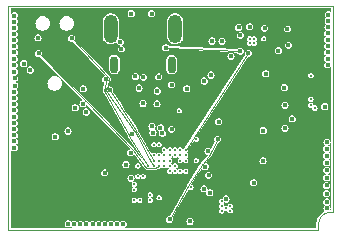
<source format=gbr>
%TF.GenerationSoftware,KiCad,Pcbnew,7.0.7*%
%TF.CreationDate,2024-01-11T19:31:21-08:00*%
%TF.ProjectId,beeper-design,62656570-6572-42d6-9465-7369676e2e6b,rev?*%
%TF.SameCoordinates,Original*%
%TF.FileFunction,Copper,L3,Inr*%
%TF.FilePolarity,Positive*%
%FSLAX46Y46*%
G04 Gerber Fmt 4.6, Leading zero omitted, Abs format (unit mm)*
G04 Created by KiCad (PCBNEW 7.0.7) date 2024-01-11 19:31:21*
%MOMM*%
%LPD*%
G01*
G04 APERTURE LIST*
%TA.AperFunction,ComponentPad*%
%ADD10O,0.730000X1.460000*%
%TD*%
%TA.AperFunction,ComponentPad*%
%ADD11O,1.200000X2.400000*%
%TD*%
%TA.AperFunction,ViaPad*%
%ADD12C,0.400000*%
%TD*%
%TA.AperFunction,ViaPad*%
%ADD13C,0.250000*%
%TD*%
%TA.AperFunction,Conductor*%
%ADD14C,0.075000*%
%TD*%
%TA.AperFunction,Profile*%
%ADD15C,0.050000*%
%TD*%
G04 APERTURE END LIST*
D10*
%TO.N,SHIELD*%
%TO.C,J6*%
X134719176Y-103485414D03*
X139569176Y-103485414D03*
D11*
X134419176Y-100455414D03*
X139869176Y-100455414D03*
%TD*%
D12*
%TO.N,codec-i2c-net_scl*%
X149104000Y-105433494D03*
D13*
%TO.N,mcu_mcu-wpwr1_gpio*%
X140305165Y-111160086D03*
D12*
X143822917Y-101514832D03*
D13*
%TO.N,CLAMP1*%
X146563236Y-101699687D03*
D12*
X147538753Y-104259505D03*
D13*
%TO.N,mcu_mcu-mem_sdio1*%
X143812568Y-115468836D03*
D12*
%TO.N,SHIELD*%
X136142594Y-99172710D03*
X137871349Y-99172710D03*
D13*
%TO.N,mcu_mcu-etm_data0*%
X138505165Y-111160086D03*
D12*
X137135702Y-106775555D03*
%TO.N,VBAT*%
X139561513Y-105189671D03*
D13*
%TO.N,mcu_mcu-mem_sdio2*%
X140305165Y-111610086D03*
X143812568Y-115868836D03*
D12*
%TO.N,codec-i2c-net_sda*%
X142405550Y-112118891D03*
X147306899Y-111638234D03*
%TO.N,VBUS*%
X135307597Y-102163983D03*
%TO.N,mcu_hap-gpio1_gpio*%
X134334368Y-105632680D03*
D13*
X138055165Y-111610086D03*
D12*
%TO.N,OUT+*%
X132066160Y-106806138D03*
D13*
%TO.N,mcu_mcu-mem_sck*%
X144512568Y-115868836D03*
X140305165Y-112510086D03*
%TO.N,mcu_mcu-mem_cs*%
X140755165Y-111160086D03*
X143812568Y-115068836D03*
%TO.N,mcu_mcu-mem_sdio0*%
X144162568Y-115668836D03*
X139405165Y-111160086D03*
D12*
%TO.N,mcu_hap-i2c_scl*%
X133976982Y-104745882D03*
D13*
X137605165Y-112060086D03*
D12*
%TO.N,mcu_mcu-button2_gpio*%
X142694670Y-112843262D03*
D13*
X140755165Y-111610086D03*
D12*
%TO.N,CLAMP2*%
X146170132Y-100282418D03*
D13*
X146563236Y-101299687D03*
%TO.N,mcu_mcu-wpwr0_gpio*%
X140305165Y-110710086D03*
D12*
X144600759Y-102778021D03*
D13*
%TO.N,mcu_mcu-etm_data2*%
X138955165Y-111160086D03*
D12*
X138331450Y-106815731D03*
X136249569Y-109365791D03*
D13*
%TO.N,SP_P*%
X151354476Y-106915097D03*
D12*
%TO.N,mcu_dbg-m33_swdclk*%
X127049008Y-103397477D03*
%TO.N,D-*%
X136498775Y-104496893D03*
X142800540Y-114330652D03*
%TO.N,nAD-EN*%
X145376382Y-102351168D03*
D13*
X146163236Y-101699687D03*
D12*
X139076222Y-102054708D03*
%TO.N,QVAR1*%
X130784824Y-109115470D03*
%TO.N,mcu_dbg-m33_swdio*%
X127590593Y-103948199D03*
X136132564Y-113110803D03*
D13*
%TO.N,SP_N*%
X151694476Y-107165097D03*
D12*
%TO.N,GND*%
X142992066Y-101488315D03*
D13*
X151354476Y-104415097D03*
D12*
X126240526Y-108423762D03*
X152711911Y-111192564D03*
X138465131Y-104529666D03*
X126259751Y-103538415D03*
X148605548Y-102305725D03*
X129713698Y-109601468D03*
X126259751Y-104094665D03*
D13*
X138505165Y-110260086D03*
X136705165Y-112060086D03*
X140218368Y-107384999D03*
X139405165Y-111610086D03*
D12*
X142329149Y-104880616D03*
X133897649Y-117005688D03*
D13*
X141191434Y-113867717D03*
X136407665Y-113617586D03*
D12*
X126253026Y-109467512D03*
X152778498Y-102986930D03*
X152711911Y-111784766D03*
D13*
X138505165Y-114760086D03*
D12*
X152772248Y-102455680D03*
D13*
X136705165Y-112960086D03*
D12*
X133890953Y-112656040D03*
X134419031Y-117022690D03*
D13*
X136407665Y-114967586D03*
X137155165Y-112960086D03*
D12*
X146498655Y-113498351D03*
D13*
X138955165Y-112060086D03*
D12*
X152834748Y-99255680D03*
X126246776Y-108942512D03*
X133387602Y-117000021D03*
D13*
X139405165Y-112510086D03*
D12*
X152815998Y-99780680D03*
X149165106Y-106915827D03*
X144168737Y-114869371D03*
D13*
X136857665Y-114967586D03*
D12*
X132354230Y-117002334D03*
X152790998Y-100843180D03*
D13*
X139855165Y-112510086D03*
D12*
X152772248Y-101911930D03*
X131841349Y-117005168D03*
D13*
X141655165Y-109810086D03*
X138055165Y-110260086D03*
D12*
X132872778Y-117002334D03*
D13*
X138505165Y-111610086D03*
D12*
X152803498Y-100311930D03*
X152703073Y-110618040D03*
D13*
X137757665Y-114517586D03*
D12*
X126240526Y-109992512D03*
X126246776Y-107905012D03*
X126244945Y-99856584D03*
X135461795Y-117005688D03*
X126253501Y-101950915D03*
D13*
X141655165Y-111610086D03*
D12*
X152720750Y-110052354D03*
X142647398Y-110810142D03*
X126253026Y-105798762D03*
X126258203Y-100373656D03*
X152694234Y-113720471D03*
X152711911Y-115125845D03*
X126253501Y-100894665D03*
X128251091Y-101228437D03*
D13*
X137757665Y-114967586D03*
D12*
X152694234Y-114409900D03*
X134934746Y-117017023D03*
X152772248Y-103511930D03*
D13*
X139405165Y-112060086D03*
D12*
X147316827Y-109072434D03*
X152703073Y-113075236D03*
X126272251Y-104650915D03*
X149161034Y-108872389D03*
D13*
X139855165Y-112060086D03*
D12*
X126247251Y-103000915D03*
X135697203Y-111949233D03*
D13*
X136407665Y-114067586D03*
D12*
X131401879Y-107139540D03*
X138348657Y-105724581D03*
X152729402Y-115643825D03*
X126280462Y-105271625D03*
D13*
X138955165Y-111610086D03*
D12*
X126240526Y-107373762D03*
X152772248Y-101368180D03*
X126249365Y-99335093D03*
X126253501Y-102450915D03*
X126240526Y-110517512D03*
X126253501Y-101432165D03*
X126246776Y-106317512D03*
X135228775Y-101572145D03*
X131325197Y-117003876D03*
D13*
X151354476Y-106415097D03*
D12*
X126246776Y-106836262D03*
X140846657Y-105538118D03*
X152711911Y-112421162D03*
X130804246Y-116979832D03*
D13*
%TO.N,mcu_hap-gpio0_gpio*%
X138055165Y-111160086D03*
D12*
%TO.N,VDD1P8*%
X135253660Y-106168638D03*
X149575571Y-105108471D03*
X146978728Y-100521254D03*
X135245811Y-105084379D03*
D13*
X141205165Y-110710086D03*
D12*
X130773738Y-108610382D03*
X152205282Y-106653960D03*
X145126723Y-113950183D03*
X133173574Y-104909491D03*
X137705469Y-102089296D03*
X145736583Y-111169977D03*
X129970343Y-110296899D03*
X149243195Y-106235422D03*
X133758692Y-109149897D03*
X146953008Y-102478299D03*
D13*
X140755165Y-109810086D03*
D12*
X144681473Y-108944675D03*
X128286276Y-103832108D03*
X144672634Y-108471798D03*
%TO.N,mcu_mcu-etm_data3*%
X137906777Y-108725171D03*
D13*
X139405165Y-110710086D03*
D12*
%TO.N,AC2*%
X149361022Y-100462983D03*
%TO.N,QVAR2*%
X141115303Y-116773148D03*
%TO.N,FOD*%
X145395132Y-101008981D03*
D13*
X146163236Y-101299687D03*
D12*
%TO.N,LX*%
X143543940Y-108319721D03*
D13*
%TO.N,mcu_mcu-mem_sdio3*%
X140755165Y-112510086D03*
X144512568Y-115468836D03*
D12*
%TO.N,mcu_mcu-uart_tx*%
X131099595Y-101264852D03*
D13*
X138055165Y-112060086D03*
D12*
%TO.N,cap_p1*%
X149451016Y-101838435D03*
D13*
%TO.N,mcu_mcu-etm_clk*%
X139855165Y-110710086D03*
D12*
X136813812Y-105468849D03*
D13*
%TO.N,mcu_mcu-uart_rx*%
X138505165Y-112060086D03*
D12*
X128307419Y-102542244D03*
%TO.N,VDD_IO*%
X152536167Y-107037869D03*
X149775319Y-108083497D03*
%TO.N,OUT-*%
X132078660Y-105549888D03*
D13*
%TO.N,RECT*%
X147363236Y-101299687D03*
D12*
X147432192Y-100388488D03*
%TO.N,board-io_rgb_r*%
X139570173Y-108951200D03*
X142899067Y-104366671D03*
%TO.N,mcu_q-spi_sdi*%
X132328370Y-107500892D03*
X136085542Y-110946589D03*
%TO.N,mcu_hap-i2c_sda*%
X137982440Y-109241617D03*
X138776380Y-109309812D03*
%TO.N,mcu_mcu-wpwr2_gpio*%
X146062497Y-102528897D03*
D13*
X140755165Y-110710086D03*
D12*
%TO.N,D+*%
X142306465Y-114008336D03*
X137170614Y-104537859D03*
%TO.N,mcu_mcu-wpwr3_gpio*%
X145245596Y-100348780D03*
D13*
X139855165Y-111160086D03*
D12*
%TO.N,mcu_mcu-etm_data1*%
X138610093Y-108833959D03*
D13*
X138955165Y-110710086D03*
D12*
%TO.N,V14RF*%
X143452612Y-109789874D03*
X139386679Y-116595891D03*
%TD*%
D14*
%TO.N,mcu_hap-gpio1_gpio*%
X134334368Y-105632680D02*
X136633308Y-109159564D01*
X136639780Y-109170087D02*
G75*
G03*
X136633308Y-109159564I-204780J-118713D01*
G01*
X136639783Y-109170085D02*
X138055165Y-111610086D01*
%TO.N,mcu_hap-i2c_scl*%
X133976982Y-104745882D02*
X133897855Y-105611049D01*
X133897862Y-105611050D02*
G75*
G03*
X133901432Y-105679014I236538J-21650D01*
G01*
X133901431Y-105679014D02*
X133916655Y-105755551D01*
X133916653Y-105755551D02*
G75*
G03*
X133941946Y-105824494I232947J46351D01*
G01*
X133941945Y-105824494D02*
X135977363Y-109490866D01*
X135977363Y-109490866D02*
G75*
G03*
X135980324Y-109495853I87637J48666D01*
G01*
X135980323Y-109495853D02*
X137605165Y-112060086D01*
%TO.N,nAD-EN*%
X139076222Y-102054708D02*
X145376382Y-102351168D01*
%TO.N,mcu_mcu-uart_tx*%
X131099595Y-101264852D02*
X134191079Y-104535771D01*
X134201552Y-104548903D02*
G75*
G03*
X134191079Y-104535771I-83052J-55497D01*
G01*
X134201550Y-104548904D02*
X134244905Y-104613788D01*
X134259827Y-104649838D02*
G75*
G03*
X134244905Y-104613788I-98027J-19462D01*
G01*
X134259836Y-104649836D02*
X134275060Y-104726373D01*
X134275067Y-104765392D02*
G75*
G03*
X134275060Y-104726373I-98067J19492D01*
G01*
X134275060Y-104765391D02*
X134259836Y-104841928D01*
X134257501Y-104851262D02*
G75*
G03*
X134259835Y-104841928I-95601J28862D01*
G01*
X134257507Y-104851264D02*
X134053843Y-105527298D01*
X134053841Y-105527297D02*
G75*
G03*
X134051514Y-105536634I96059J-28903D01*
G01*
X134051513Y-105536634D02*
X134036289Y-105613171D01*
X134036298Y-105613173D02*
G75*
G03*
X134036290Y-105652189I98102J-19527D01*
G01*
X134036289Y-105652189D02*
X134051513Y-105728726D01*
X134051509Y-105728727D02*
G75*
G03*
X134066445Y-105764774I98091J19527D01*
G01*
X134066445Y-105764774D02*
X134109799Y-105829658D01*
X134109800Y-105829657D02*
G75*
G03*
X134111336Y-105831889I88700J59357D01*
G01*
X134111335Y-105831890D02*
X136472602Y-109166581D01*
X136474137Y-109168813D02*
G75*
G03*
X136472601Y-109166581I-84637J-56587D01*
G01*
X136474137Y-109168813D02*
X136517492Y-109233698D01*
X136522346Y-109241772D02*
G75*
G03*
X136517492Y-109233698I-88346J-47628D01*
G01*
X136522351Y-109241769D02*
X137851674Y-111705407D01*
X137851675Y-111705406D02*
G75*
G03*
X137852947Y-111707693I84325J45406D01*
G01*
X137852946Y-111707693D02*
X138055165Y-112060086D01*
%TO.N,mcu_mcu-uart_rx*%
X138505165Y-112060086D02*
X138152772Y-112262305D01*
X138122510Y-112273653D02*
G75*
G03*
X138152772Y-112262305I-19510J98053D01*
G01*
X138122509Y-112273649D02*
X138074674Y-112283164D01*
X138055165Y-112285077D02*
G75*
G03*
X138074674Y-112283164I35J100077D01*
G01*
X138055165Y-112285086D02*
X137605165Y-112285086D01*
X137585657Y-112283159D02*
G75*
G03*
X137605165Y-112285086I19543J98159D01*
G01*
X137585656Y-112283164D02*
X137537820Y-112273649D01*
X137501769Y-112258722D02*
G75*
G03*
X137537820Y-112273649I55531J83122D01*
G01*
X137501772Y-112258718D02*
X137461219Y-112231621D01*
X137437633Y-112209580D02*
G75*
G03*
X137461219Y-112231620I79167J61080D01*
G01*
X137437623Y-112209587D02*
X136306117Y-110744055D01*
X136306114Y-110744057D02*
G75*
G03*
X136298715Y-110735514I-79114J-61043D01*
G01*
X136298715Y-110735514D02*
X132279333Y-106595062D01*
X132279296Y-106595091D02*
G75*
G03*
X132279000Y-106594722I-1206021120J-967146733D01*
G01*
X132279001Y-106594722D02*
X128307419Y-102542244D01*
%TO.N,mcu_mcu-wpwr2_gpio*%
X140755165Y-110710086D02*
X146062497Y-102528897D01*
%TO.N,V14RF*%
X139386679Y-116595891D02*
X140988964Y-113770551D01*
X140991879Y-113765736D02*
G75*
G03*
X140988964Y-113770551I84221J-54264D01*
G01*
X140991877Y-113765735D02*
X142136702Y-111988207D01*
X142137627Y-111986797D02*
G75*
G03*
X142136702Y-111988207I92773J-61903D01*
G01*
X142137627Y-111986797D02*
X142180982Y-111921913D01*
X142184353Y-111917175D02*
G75*
G03*
X142180982Y-111921913I78947J-59725D01*
G01*
X142184352Y-111917174D02*
X142868596Y-111011859D01*
X142868594Y-111011857D02*
G75*
G03*
X142871965Y-111007120I-80494J60857D01*
G01*
X142871966Y-111007120D02*
X142915320Y-110942235D01*
X142915321Y-110942235D02*
G75*
G03*
X142922845Y-110928852I-83121J55535D01*
G01*
X142922845Y-110928852D02*
X143452612Y-109789874D01*
%TD*%
%TA.AperFunction,Conductor*%
%TO.N,VDD1P8*%
G36*
X153065399Y-98684601D02*
G01*
X153069500Y-98694500D01*
X153069500Y-99030360D01*
X153065399Y-99040259D01*
X153055500Y-99044360D01*
X153046501Y-99041085D01*
X152987316Y-98991424D01*
X152887735Y-98955180D01*
X152887734Y-98955180D01*
X152781762Y-98955180D01*
X152781760Y-98955180D01*
X152682180Y-98991424D01*
X152600997Y-99059544D01*
X152548013Y-99151317D01*
X152529612Y-99255677D01*
X152529612Y-99255682D01*
X152548013Y-99360042D01*
X152600997Y-99451815D01*
X152600999Y-99451817D01*
X152601000Y-99451818D01*
X152635776Y-99480998D01*
X152657931Y-99499588D01*
X152662879Y-99509093D01*
X152659657Y-99519312D01*
X152657931Y-99521038D01*
X152582247Y-99584544D01*
X152529263Y-99676317D01*
X152510862Y-99780677D01*
X152510862Y-99780682D01*
X152529263Y-99885042D01*
X152582247Y-99976815D01*
X152582249Y-99976817D01*
X152582250Y-99976818D01*
X152646030Y-100030335D01*
X152650978Y-100039840D01*
X152647756Y-100050059D01*
X152646030Y-100051785D01*
X152569747Y-100115794D01*
X152516763Y-100207567D01*
X152498362Y-100311927D01*
X152498362Y-100311932D01*
X152516763Y-100416292D01*
X152569747Y-100508065D01*
X152569749Y-100508067D01*
X152569750Y-100508068D01*
X152633530Y-100561585D01*
X152638478Y-100571090D01*
X152635256Y-100581309D01*
X152633530Y-100583035D01*
X152557247Y-100647044D01*
X152504263Y-100738817D01*
X152485862Y-100843177D01*
X152485862Y-100843182D01*
X152504263Y-100947542D01*
X152557247Y-101039315D01*
X152557249Y-101039317D01*
X152557250Y-101039318D01*
X152614181Y-101087088D01*
X152619129Y-101096593D01*
X152615907Y-101106812D01*
X152614181Y-101108538D01*
X152538497Y-101172044D01*
X152485513Y-101263817D01*
X152467112Y-101368177D01*
X152467112Y-101368182D01*
X152485513Y-101472542D01*
X152538497Y-101564315D01*
X152538499Y-101564317D01*
X152538500Y-101564318D01*
X152583852Y-101602372D01*
X152615978Y-101629330D01*
X152620926Y-101638835D01*
X152617704Y-101649054D01*
X152615978Y-101650780D01*
X152538497Y-101715794D01*
X152485513Y-101807567D01*
X152467112Y-101911927D01*
X152467112Y-101911932D01*
X152485513Y-102016292D01*
X152538497Y-102108065D01*
X152538499Y-102108067D01*
X152538500Y-102108068D01*
X152540313Y-102109589D01*
X152615978Y-102173080D01*
X152620926Y-102182585D01*
X152617704Y-102192804D01*
X152615978Y-102194530D01*
X152538497Y-102259544D01*
X152485513Y-102351317D01*
X152467112Y-102455677D01*
X152467112Y-102455682D01*
X152485513Y-102560042D01*
X152538497Y-102651815D01*
X152538499Y-102651817D01*
X152538500Y-102651818D01*
X152611395Y-102712984D01*
X152611655Y-102713202D01*
X152616603Y-102722707D01*
X152613381Y-102732926D01*
X152611655Y-102734652D01*
X152544747Y-102790794D01*
X152491763Y-102882567D01*
X152473362Y-102986927D01*
X152473362Y-102986932D01*
X152491763Y-103091292D01*
X152544747Y-103183065D01*
X152544749Y-103183067D01*
X152544750Y-103183068D01*
X152607931Y-103236083D01*
X152612879Y-103245587D01*
X152609657Y-103255806D01*
X152607931Y-103257532D01*
X152538497Y-103315794D01*
X152485513Y-103407567D01*
X152467112Y-103511927D01*
X152467112Y-103511932D01*
X152485513Y-103616292D01*
X152538497Y-103708065D01*
X152538499Y-103708067D01*
X152538500Y-103708068D01*
X152619680Y-103776186D01*
X152719262Y-103812430D01*
X152719263Y-103812430D01*
X152825233Y-103812430D01*
X152825234Y-103812430D01*
X152924816Y-103776186D01*
X153005996Y-103708068D01*
X153019925Y-103683943D01*
X153043376Y-103643324D01*
X153051876Y-103636801D01*
X153062500Y-103638200D01*
X153069023Y-103646700D01*
X153069500Y-103650324D01*
X153069500Y-115805500D01*
X153065399Y-115815399D01*
X153055500Y-115819500D01*
X152999212Y-115819500D01*
X152989313Y-115815399D01*
X152985212Y-115805500D01*
X152987088Y-115798500D01*
X152997278Y-115780851D01*
X153016136Y-115748188D01*
X153028075Y-115680477D01*
X153034538Y-115643827D01*
X153034538Y-115643822D01*
X153016136Y-115539462D01*
X152963152Y-115447689D01*
X152963148Y-115447686D01*
X152892280Y-115388220D01*
X152887333Y-115378716D01*
X152890555Y-115368497D01*
X152892276Y-115366775D01*
X152945659Y-115321983D01*
X152998645Y-115230208D01*
X153004779Y-115195420D01*
X153017047Y-115125847D01*
X153017047Y-115125842D01*
X152998645Y-115021482D01*
X152945661Y-114929709D01*
X152937263Y-114922662D01*
X152864479Y-114861589D01*
X152814688Y-114843467D01*
X152764898Y-114825345D01*
X152764897Y-114825345D01*
X152658925Y-114825345D01*
X152658923Y-114825345D01*
X152559343Y-114861589D01*
X152478160Y-114929709D01*
X152425176Y-115021482D01*
X152406775Y-115125842D01*
X152406775Y-115125847D01*
X152425176Y-115230207D01*
X152478160Y-115321980D01*
X152478162Y-115321982D01*
X152478163Y-115321983D01*
X152549032Y-115381449D01*
X152553979Y-115390952D01*
X152550757Y-115401171D01*
X152549031Y-115402896D01*
X152495654Y-115447686D01*
X152495652Y-115447689D01*
X152442667Y-115539462D01*
X152424266Y-115643822D01*
X152424266Y-115643827D01*
X152442667Y-115748187D01*
X152495651Y-115839960D01*
X152495653Y-115839962D01*
X152495654Y-115839963D01*
X152547748Y-115883675D01*
X152552696Y-115893180D01*
X152549474Y-115903399D01*
X152545105Y-115906874D01*
X152381286Y-115990344D01*
X152381270Y-115990354D01*
X152230957Y-116099563D01*
X152230949Y-116099570D01*
X152099570Y-116230949D01*
X152099563Y-116230957D01*
X151990354Y-116381270D01*
X151990344Y-116381286D01*
X151905988Y-116546842D01*
X151848568Y-116723565D01*
X151819500Y-116907093D01*
X151819500Y-117305500D01*
X151815399Y-117315399D01*
X151805500Y-117319500D01*
X135557606Y-117319500D01*
X135547707Y-117315399D01*
X135543606Y-117305500D01*
X135547707Y-117295601D01*
X135552818Y-117292344D01*
X135614363Y-117269944D01*
X135695543Y-117201826D01*
X135696591Y-117200012D01*
X135722048Y-117155918D01*
X135748529Y-117110051D01*
X135766931Y-117005688D01*
X135766931Y-117005685D01*
X135748529Y-116901325D01*
X135695545Y-116809552D01*
X135695543Y-116809550D01*
X135614363Y-116741432D01*
X135561495Y-116722190D01*
X135514782Y-116705188D01*
X135514781Y-116705188D01*
X135408809Y-116705188D01*
X135408807Y-116705188D01*
X135309227Y-116741432D01*
X135228044Y-116809552D01*
X135207122Y-116845792D01*
X135198621Y-116852315D01*
X135187998Y-116850916D01*
X135182874Y-116845792D01*
X135168496Y-116820887D01*
X135168494Y-116820885D01*
X135087314Y-116752767D01*
X135037523Y-116734644D01*
X134987733Y-116716523D01*
X134987732Y-116716523D01*
X134881760Y-116716523D01*
X134881758Y-116716523D01*
X134782178Y-116752767D01*
X134700995Y-116820887D01*
X134687376Y-116844477D01*
X134678875Y-116851000D01*
X134668252Y-116849601D01*
X134663128Y-116844478D01*
X134652779Y-116826552D01*
X134571599Y-116758434D01*
X134509315Y-116735765D01*
X134472018Y-116722190D01*
X134472017Y-116722190D01*
X134366045Y-116722190D01*
X134366043Y-116722190D01*
X134266463Y-116758434D01*
X134185280Y-116826554D01*
X134175372Y-116843717D01*
X134166871Y-116850240D01*
X134156248Y-116848841D01*
X134151124Y-116843717D01*
X134131399Y-116809552D01*
X134131397Y-116809550D01*
X134050217Y-116741432D01*
X133997349Y-116722190D01*
X133950636Y-116705188D01*
X133950635Y-116705188D01*
X133844663Y-116705188D01*
X133844661Y-116705188D01*
X133745081Y-116741432D01*
X133663898Y-116809552D01*
X133656385Y-116822566D01*
X133647884Y-116829089D01*
X133637261Y-116827690D01*
X133632137Y-116822566D01*
X133621352Y-116803885D01*
X133621350Y-116803883D01*
X133540170Y-116735765D01*
X133484700Y-116715576D01*
X133440589Y-116699521D01*
X133440588Y-116699521D01*
X133334616Y-116699521D01*
X133334614Y-116699521D01*
X133235034Y-116735765D01*
X133153851Y-116803885D01*
X133141646Y-116825026D01*
X133133145Y-116831549D01*
X133122522Y-116830150D01*
X133117398Y-116825026D01*
X133106528Y-116806198D01*
X133106526Y-116806196D01*
X133025346Y-116738078D01*
X132963521Y-116715576D01*
X132925765Y-116701834D01*
X132925764Y-116701834D01*
X132819792Y-116701834D01*
X132819790Y-116701834D01*
X132720210Y-116738078D01*
X132639027Y-116806198D01*
X132625628Y-116829408D01*
X132617127Y-116835931D01*
X132606504Y-116834532D01*
X132601380Y-116829408D01*
X132587980Y-116806198D01*
X132587978Y-116806196D01*
X132506798Y-116738078D01*
X132444973Y-116715576D01*
X132407217Y-116701834D01*
X132407216Y-116701834D01*
X132301244Y-116701834D01*
X132301242Y-116701834D01*
X132201662Y-116738078D01*
X132120479Y-116806198D01*
X132109095Y-116825917D01*
X132100594Y-116832440D01*
X132089971Y-116831041D01*
X132084847Y-116825917D01*
X132075099Y-116809032D01*
X132075097Y-116809030D01*
X131993917Y-116740912D01*
X131944125Y-116722790D01*
X131894336Y-116704668D01*
X131894335Y-116704668D01*
X131788363Y-116704668D01*
X131788361Y-116704668D01*
X131688781Y-116740912D01*
X131607598Y-116809032D01*
X131595769Y-116829521D01*
X131587268Y-116836044D01*
X131576645Y-116834645D01*
X131571522Y-116829523D01*
X131558945Y-116807738D01*
X131477765Y-116739620D01*
X131383162Y-116705188D01*
X131378184Y-116703376D01*
X131378183Y-116703376D01*
X131272211Y-116703376D01*
X131272209Y-116703376D01*
X131172629Y-116739620D01*
X131091446Y-116807740D01*
X131083786Y-116821009D01*
X131075285Y-116827532D01*
X131064662Y-116826133D01*
X131059538Y-116821009D01*
X131037996Y-116783696D01*
X131025428Y-116773150D01*
X130956814Y-116715576D01*
X130907022Y-116697453D01*
X130857233Y-116679332D01*
X130857232Y-116679332D01*
X130751260Y-116679332D01*
X130751258Y-116679332D01*
X130651678Y-116715576D01*
X130570495Y-116783696D01*
X130517511Y-116875469D01*
X130499110Y-116979829D01*
X130499110Y-116979834D01*
X130517511Y-117084194D01*
X130570495Y-117175967D01*
X130570497Y-117175969D01*
X130570498Y-117175970D01*
X130651678Y-117244088D01*
X130751260Y-117280332D01*
X130751261Y-117280332D01*
X130857231Y-117280332D01*
X130857232Y-117280332D01*
X130956814Y-117244088D01*
X131037994Y-117175970D01*
X131045656Y-117162698D01*
X131054156Y-117156175D01*
X131064779Y-117157573D01*
X131069904Y-117162698D01*
X131091446Y-117200011D01*
X131091448Y-117200013D01*
X131091449Y-117200014D01*
X131172629Y-117268132D01*
X131224319Y-117286945D01*
X131239152Y-117292344D01*
X131247052Y-117299583D01*
X131247520Y-117310288D01*
X131240281Y-117318188D01*
X131234364Y-117319500D01*
X125944500Y-117319500D01*
X125934601Y-117315399D01*
X125930500Y-117305500D01*
X125930500Y-116595893D01*
X139081543Y-116595893D01*
X139099944Y-116700253D01*
X139152928Y-116792026D01*
X139152930Y-116792028D01*
X139152931Y-116792029D01*
X139234111Y-116860147D01*
X139333693Y-116896391D01*
X139333694Y-116896391D01*
X139439664Y-116896391D01*
X139439665Y-116896391D01*
X139539247Y-116860147D01*
X139620427Y-116792029D01*
X139631327Y-116773150D01*
X140810167Y-116773150D01*
X140828568Y-116877510D01*
X140881552Y-116969283D01*
X140881554Y-116969285D01*
X140881555Y-116969286D01*
X140962735Y-117037404D01*
X141062317Y-117073648D01*
X141062318Y-117073648D01*
X141168288Y-117073648D01*
X141168289Y-117073648D01*
X141267871Y-117037404D01*
X141349051Y-116969286D01*
X141402037Y-116877511D01*
X141411022Y-116826553D01*
X141420439Y-116773150D01*
X141420439Y-116773145D01*
X141402037Y-116668785D01*
X141349053Y-116577012D01*
X141349051Y-116577010D01*
X141267871Y-116508892D01*
X141218080Y-116490770D01*
X141168290Y-116472648D01*
X141168289Y-116472648D01*
X141062317Y-116472648D01*
X141062315Y-116472648D01*
X140962735Y-116508892D01*
X140881552Y-116577012D01*
X140828568Y-116668785D01*
X140810167Y-116773145D01*
X140810167Y-116773150D01*
X139631327Y-116773150D01*
X139673413Y-116700254D01*
X139691815Y-116595891D01*
X139691815Y-116595888D01*
X139673413Y-116491528D01*
X139642659Y-116438260D01*
X139641260Y-116427637D01*
X139642601Y-116424361D01*
X139957646Y-115868836D01*
X143582650Y-115868836D01*
X143600150Y-115956820D01*
X143600150Y-115956821D01*
X143600151Y-115956822D01*
X143649991Y-116031413D01*
X143724582Y-116081253D01*
X143812568Y-116098754D01*
X143900554Y-116081253D01*
X143975145Y-116031413D01*
X144024985Y-115956822D01*
X144039984Y-115881414D01*
X144045936Y-115872507D01*
X144056445Y-115870416D01*
X144061489Y-115872504D01*
X144074582Y-115881253D01*
X144086759Y-115883675D01*
X144162567Y-115898754D01*
X144162567Y-115898753D01*
X144162568Y-115898754D01*
X144250554Y-115881253D01*
X144263643Y-115872506D01*
X144274151Y-115870416D01*
X144283061Y-115876368D01*
X144285152Y-115881416D01*
X144300150Y-115956820D01*
X144300150Y-115956821D01*
X144300151Y-115956822D01*
X144349991Y-116031413D01*
X144424582Y-116081253D01*
X144468574Y-116090003D01*
X144512567Y-116098754D01*
X144512567Y-116098753D01*
X144512568Y-116098754D01*
X144600554Y-116081253D01*
X144675145Y-116031413D01*
X144724985Y-115956822D01*
X144742486Y-115868836D01*
X144724985Y-115780850D01*
X144675145Y-115706259D01*
X144636558Y-115680476D01*
X144630606Y-115671567D01*
X144632696Y-115661058D01*
X144636559Y-115657195D01*
X144675145Y-115631413D01*
X144724985Y-115556822D01*
X144742486Y-115468836D01*
X144742171Y-115467254D01*
X144724985Y-115380851D01*
X144724985Y-115380850D01*
X144675145Y-115306259D01*
X144600554Y-115256419D01*
X144600553Y-115256418D01*
X144600552Y-115256418D01*
X144512568Y-115238918D01*
X144424583Y-115256418D01*
X144349991Y-115306259D01*
X144300150Y-115380851D01*
X144285152Y-115456255D01*
X144279199Y-115465165D01*
X144268690Y-115467255D01*
X144263644Y-115465165D01*
X144250554Y-115456419D01*
X144250553Y-115456418D01*
X144250552Y-115456418D01*
X144162568Y-115438918D01*
X144074581Y-115456419D01*
X144061491Y-115465164D01*
X144050981Y-115467254D01*
X144042073Y-115461300D01*
X144039983Y-115456255D01*
X144024985Y-115380850D01*
X143975145Y-115306259D01*
X143936558Y-115280476D01*
X143930606Y-115271567D01*
X143932696Y-115261058D01*
X143936559Y-115257195D01*
X143975145Y-115231413D01*
X144024985Y-115156822D01*
X144025508Y-115154190D01*
X144031460Y-115145281D01*
X144041969Y-115143190D01*
X144044021Y-115143763D01*
X144115751Y-115169871D01*
X144115752Y-115169871D01*
X144221722Y-115169871D01*
X144221723Y-115169871D01*
X144321305Y-115133627D01*
X144402485Y-115065509D01*
X144408680Y-115054780D01*
X144427904Y-115021482D01*
X144455471Y-114973734D01*
X144467369Y-114906259D01*
X144473873Y-114869373D01*
X144473873Y-114869368D01*
X144455471Y-114765008D01*
X144402487Y-114673235D01*
X144401136Y-114672101D01*
X144321305Y-114605115D01*
X144271513Y-114586993D01*
X144221724Y-114568871D01*
X144221723Y-114568871D01*
X144115751Y-114568871D01*
X144115749Y-114568871D01*
X144016169Y-114605115D01*
X143934986Y-114673235D01*
X143882002Y-114765008D01*
X143869543Y-114835664D01*
X143863786Y-114844701D01*
X143853325Y-114847020D01*
X143853025Y-114846964D01*
X143812569Y-114838918D01*
X143812568Y-114838918D01*
X143724583Y-114856418D01*
X143649991Y-114906259D01*
X143600150Y-114980851D01*
X143582650Y-115068835D01*
X143582650Y-115068836D01*
X143600150Y-115156820D01*
X143600150Y-115156821D01*
X143600151Y-115156822D01*
X143649991Y-115231413D01*
X143649992Y-115231414D01*
X143688576Y-115257196D01*
X143694529Y-115266105D01*
X143692438Y-115276614D01*
X143688576Y-115280476D01*
X143649992Y-115306257D01*
X143600150Y-115380851D01*
X143582650Y-115468835D01*
X143582650Y-115468836D01*
X143600150Y-115556820D01*
X143600150Y-115556821D01*
X143600151Y-115556822D01*
X143649991Y-115631413D01*
X143649992Y-115631414D01*
X143688576Y-115657196D01*
X143694529Y-115666105D01*
X143692438Y-115676614D01*
X143688576Y-115680476D01*
X143649992Y-115706257D01*
X143600150Y-115780851D01*
X143582650Y-115868835D01*
X143582650Y-115868836D01*
X139957646Y-115868836D01*
X141002213Y-114026932D01*
X141010661Y-114020345D01*
X141021295Y-114021662D01*
X141026027Y-114026059D01*
X141028857Y-114030294D01*
X141103448Y-114080134D01*
X141147441Y-114088884D01*
X141191433Y-114097635D01*
X141191433Y-114097634D01*
X141191434Y-114097635D01*
X141279420Y-114080134D01*
X141354011Y-114030294D01*
X141368681Y-114008338D01*
X142001329Y-114008338D01*
X142019730Y-114112698D01*
X142072714Y-114204471D01*
X142072716Y-114204473D01*
X142072717Y-114204474D01*
X142153897Y-114272592D01*
X142253479Y-114308836D01*
X142253480Y-114308836D01*
X142359450Y-114308836D01*
X142359451Y-114308836D01*
X142459033Y-114272592D01*
X142459034Y-114272590D01*
X142459036Y-114272590D01*
X142476792Y-114257690D01*
X142484269Y-114251415D01*
X142494488Y-114248193D01*
X142503992Y-114253141D01*
X142507215Y-114263360D01*
X142507055Y-114264571D01*
X142495404Y-114330649D01*
X142495404Y-114330654D01*
X142513805Y-114435014D01*
X142566789Y-114526787D01*
X142566791Y-114526789D01*
X142566792Y-114526790D01*
X142647972Y-114594908D01*
X142747554Y-114631152D01*
X142747555Y-114631152D01*
X142853525Y-114631152D01*
X142853526Y-114631152D01*
X142953108Y-114594908D01*
X143034288Y-114526790D01*
X143039603Y-114517585D01*
X143051085Y-114497695D01*
X143087274Y-114435015D01*
X143091702Y-114409902D01*
X152389098Y-114409902D01*
X152407499Y-114514262D01*
X152460483Y-114606035D01*
X152460485Y-114606037D01*
X152460486Y-114606038D01*
X152541666Y-114674156D01*
X152641248Y-114710400D01*
X152641249Y-114710400D01*
X152747219Y-114710400D01*
X152747220Y-114710400D01*
X152846802Y-114674156D01*
X152927982Y-114606038D01*
X152934409Y-114594907D01*
X152961681Y-114547669D01*
X152980968Y-114514263D01*
X152995896Y-114429601D01*
X152999370Y-114409902D01*
X152999370Y-114409897D01*
X152980968Y-114305537D01*
X152927984Y-114213764D01*
X152916909Y-114204471D01*
X152846802Y-114145644D01*
X152797011Y-114127521D01*
X152747221Y-114109400D01*
X152747220Y-114109400D01*
X152641248Y-114109400D01*
X152641246Y-114109400D01*
X152541666Y-114145644D01*
X152460483Y-114213764D01*
X152407499Y-114305537D01*
X152389098Y-114409897D01*
X152389098Y-114409902D01*
X143091702Y-114409902D01*
X143105676Y-114330652D01*
X143105676Y-114330649D01*
X143087274Y-114226289D01*
X143034290Y-114134516D01*
X143034288Y-114134514D01*
X142953108Y-114066396D01*
X142903316Y-114048274D01*
X142853527Y-114030152D01*
X142853526Y-114030152D01*
X142747554Y-114030152D01*
X142747552Y-114030152D01*
X142647971Y-114066396D01*
X142647969Y-114066397D01*
X142622733Y-114087571D01*
X142612514Y-114090793D01*
X142603010Y-114085844D01*
X142599788Y-114075625D01*
X142599945Y-114074433D01*
X142611601Y-114008336D01*
X142611601Y-114008333D01*
X142593199Y-113903973D01*
X142540215Y-113812200D01*
X142540213Y-113812198D01*
X142459033Y-113744080D01*
X142394172Y-113720473D01*
X142359452Y-113707836D01*
X142359451Y-113707836D01*
X142253479Y-113707836D01*
X142253477Y-113707836D01*
X142153897Y-113744080D01*
X142072714Y-113812200D01*
X142019730Y-113903973D01*
X142001329Y-114008333D01*
X142001329Y-114008338D01*
X141368681Y-114008338D01*
X141403851Y-113955703D01*
X141421352Y-113867717D01*
X141403851Y-113779731D01*
X141354011Y-113705140D01*
X141279420Y-113655300D01*
X141279419Y-113655299D01*
X141279418Y-113655299D01*
X141253263Y-113650097D01*
X141244353Y-113644144D01*
X141242263Y-113633635D01*
X141244222Y-113628788D01*
X141328229Y-113498353D01*
X146193519Y-113498353D01*
X146211920Y-113602713D01*
X146264904Y-113694486D01*
X146264906Y-113694488D01*
X146264907Y-113694489D01*
X146346087Y-113762607D01*
X146445669Y-113798851D01*
X146445670Y-113798851D01*
X146551640Y-113798851D01*
X146551641Y-113798851D01*
X146651223Y-113762607D01*
X146701436Y-113720473D01*
X152389098Y-113720473D01*
X152407499Y-113824833D01*
X152460483Y-113916606D01*
X152460485Y-113916608D01*
X152460486Y-113916609D01*
X152541666Y-113984727D01*
X152641248Y-114020971D01*
X152641249Y-114020971D01*
X152747219Y-114020971D01*
X152747220Y-114020971D01*
X152846802Y-113984727D01*
X152927982Y-113916609D01*
X152935278Y-113903973D01*
X152944779Y-113887514D01*
X152980968Y-113824834D01*
X152991940Y-113762607D01*
X152999370Y-113720473D01*
X152999370Y-113720468D01*
X152980968Y-113616108D01*
X152927984Y-113524335D01*
X152897020Y-113498353D01*
X152846802Y-113456215D01*
X152797010Y-113438092D01*
X152747221Y-113419971D01*
X152747220Y-113419971D01*
X152641248Y-113419971D01*
X152641246Y-113419971D01*
X152541666Y-113456215D01*
X152460483Y-113524335D01*
X152407499Y-113616108D01*
X152389098Y-113720468D01*
X152389098Y-113720473D01*
X146701436Y-113720473D01*
X146732403Y-113694489D01*
X146736915Y-113686675D01*
X146755029Y-113655299D01*
X146785389Y-113602714D01*
X146798281Y-113529600D01*
X146803791Y-113498353D01*
X146803791Y-113498348D01*
X146785389Y-113393988D01*
X146732405Y-113302215D01*
X146695650Y-113271374D01*
X146651223Y-113234095D01*
X146599212Y-113215165D01*
X146551642Y-113197851D01*
X146551641Y-113197851D01*
X146445669Y-113197851D01*
X146445667Y-113197851D01*
X146346087Y-113234095D01*
X146264904Y-113302215D01*
X146211920Y-113393988D01*
X146193519Y-113498348D01*
X146193519Y-113498353D01*
X141328229Y-113498353D01*
X141750142Y-112843264D01*
X142389534Y-112843264D01*
X142407935Y-112947624D01*
X142460919Y-113039397D01*
X142460921Y-113039399D01*
X142460922Y-113039400D01*
X142542102Y-113107518D01*
X142641684Y-113143762D01*
X142641685Y-113143762D01*
X142747655Y-113143762D01*
X142747656Y-113143762D01*
X142847238Y-113107518D01*
X142885708Y-113075238D01*
X152397937Y-113075238D01*
X152416338Y-113179598D01*
X152469322Y-113271371D01*
X152469324Y-113271373D01*
X152469325Y-113271374D01*
X152550505Y-113339492D01*
X152650087Y-113375736D01*
X152650088Y-113375736D01*
X152756058Y-113375736D01*
X152756059Y-113375736D01*
X152855641Y-113339492D01*
X152936821Y-113271374D01*
X152989807Y-113179599D01*
X153008209Y-113075236D01*
X153008209Y-113075233D01*
X152989807Y-112970873D01*
X152936823Y-112879100D01*
X152936821Y-112879098D01*
X152855641Y-112810980D01*
X152805849Y-112792857D01*
X152756060Y-112774736D01*
X152756059Y-112774736D01*
X152650087Y-112774736D01*
X152650085Y-112774736D01*
X152550505Y-112810980D01*
X152469322Y-112879100D01*
X152416338Y-112970873D01*
X152397937Y-113075233D01*
X152397937Y-113075238D01*
X142885708Y-113075238D01*
X142928418Y-113039400D01*
X142981404Y-112947625D01*
X142998234Y-112852178D01*
X142999806Y-112843264D01*
X142999806Y-112843259D01*
X142981404Y-112738899D01*
X142928420Y-112647126D01*
X142928418Y-112647124D01*
X142847238Y-112579006D01*
X142797447Y-112560884D01*
X142747657Y-112542762D01*
X142747656Y-112542762D01*
X142641684Y-112542762D01*
X142641682Y-112542762D01*
X142542102Y-112579006D01*
X142460919Y-112647126D01*
X142407935Y-112738899D01*
X142389534Y-112843259D01*
X142389534Y-112843264D01*
X141750142Y-112843264D01*
X142021997Y-112421164D01*
X152406775Y-112421164D01*
X152425176Y-112525524D01*
X152478160Y-112617297D01*
X152478162Y-112617299D01*
X152478163Y-112617300D01*
X152559343Y-112685418D01*
X152658925Y-112721662D01*
X152658926Y-112721662D01*
X152764896Y-112721662D01*
X152764897Y-112721662D01*
X152864479Y-112685418D01*
X152945659Y-112617300D01*
X152957423Y-112596925D01*
X152988693Y-112542762D01*
X152998645Y-112525525D01*
X153015696Y-112428823D01*
X153017047Y-112421164D01*
X153017047Y-112421159D01*
X152998645Y-112316799D01*
X152945661Y-112225026D01*
X152945659Y-112225024D01*
X152864479Y-112156906D01*
X152814688Y-112138784D01*
X152764898Y-112120662D01*
X152764897Y-112120662D01*
X152658925Y-112120662D01*
X152658923Y-112120662D01*
X152559343Y-112156906D01*
X152478160Y-112225026D01*
X152425176Y-112316799D01*
X152406775Y-112421159D01*
X152406775Y-112421164D01*
X142021997Y-112421164D01*
X142120879Y-112267633D01*
X142129687Y-112261532D01*
X142140230Y-112263445D01*
X142144773Y-112268215D01*
X142171799Y-112315026D01*
X142171801Y-112315028D01*
X142171802Y-112315029D01*
X142252982Y-112383147D01*
X142352564Y-112419391D01*
X142352565Y-112419391D01*
X142458535Y-112419391D01*
X142458536Y-112419391D01*
X142558118Y-112383147D01*
X142639298Y-112315029D01*
X142642242Y-112309931D01*
X142662761Y-112274389D01*
X142692284Y-112223254D01*
X142705681Y-112147276D01*
X142710686Y-112118893D01*
X142710686Y-112118888D01*
X142692284Y-112014528D01*
X142639300Y-111922755D01*
X142615148Y-111902489D01*
X142558118Y-111854635D01*
X142458536Y-111818391D01*
X142458533Y-111818390D01*
X142457649Y-111818234D01*
X142448613Y-111812475D01*
X142446295Y-111802014D01*
X142448912Y-111796008D01*
X142568157Y-111638236D01*
X147001763Y-111638236D01*
X147020164Y-111742596D01*
X147073148Y-111834369D01*
X147073150Y-111834371D01*
X147073151Y-111834372D01*
X147154331Y-111902490D01*
X147253913Y-111938734D01*
X147253914Y-111938734D01*
X147359884Y-111938734D01*
X147359885Y-111938734D01*
X147459467Y-111902490D01*
X147540647Y-111834372D01*
X147543092Y-111830138D01*
X147567332Y-111788152D01*
X147593633Y-111742597D01*
X147602670Y-111691344D01*
X147612035Y-111638236D01*
X147612035Y-111638231D01*
X147593633Y-111533871D01*
X147540649Y-111442098D01*
X147521002Y-111425612D01*
X147459467Y-111373978D01*
X147409675Y-111355856D01*
X147359886Y-111337734D01*
X147359885Y-111337734D01*
X147253913Y-111337734D01*
X147253911Y-111337734D01*
X147154331Y-111373978D01*
X147073148Y-111442098D01*
X147020164Y-111533871D01*
X147001763Y-111638231D01*
X147001763Y-111638236D01*
X142568157Y-111638236D01*
X142973325Y-111102162D01*
X142975258Y-111100083D01*
X142976617Y-111098893D01*
X142982778Y-111089672D01*
X142982968Y-111089405D01*
X142989642Y-111080575D01*
X142990308Y-111078931D01*
X142991637Y-111076423D01*
X143004174Y-111057689D01*
X143004174Y-111057686D01*
X143004994Y-111056462D01*
X143005085Y-111056286D01*
X143008649Y-111050952D01*
X143011552Y-111046606D01*
X143011556Y-111046603D01*
X143012567Y-111045090D01*
X143030065Y-111018900D01*
X143030066Y-111018900D01*
X143033454Y-111013829D01*
X143033457Y-111013822D01*
X143033533Y-111013709D01*
X143033556Y-111013672D01*
X143040156Y-111003797D01*
X143040155Y-111003797D01*
X143040243Y-111003667D01*
X143043108Y-110997509D01*
X143219608Y-110618042D01*
X152397937Y-110618042D01*
X152416338Y-110722402D01*
X152469322Y-110814175D01*
X152469324Y-110814177D01*
X152469325Y-110814178D01*
X152550505Y-110882296D01*
X152573148Y-110890537D01*
X152581987Y-110893754D01*
X152589887Y-110900993D01*
X152590355Y-110911698D01*
X152583116Y-110919598D01*
X152581987Y-110920066D01*
X152559343Y-110928308D01*
X152478160Y-110996428D01*
X152425176Y-111088201D01*
X152406775Y-111192561D01*
X152406775Y-111192566D01*
X152425176Y-111296926D01*
X152478160Y-111388699D01*
X152478162Y-111388701D01*
X152478163Y-111388702D01*
X152559343Y-111456820D01*
X152602339Y-111472469D01*
X152610691Y-111475509D01*
X152618591Y-111482748D01*
X152619059Y-111493453D01*
X152611820Y-111501353D01*
X152610691Y-111501821D01*
X152559343Y-111520510D01*
X152478160Y-111588630D01*
X152425176Y-111680403D01*
X152406775Y-111784763D01*
X152406775Y-111784768D01*
X152425176Y-111889128D01*
X152478160Y-111980901D01*
X152478162Y-111980903D01*
X152478163Y-111980904D01*
X152559343Y-112049022D01*
X152658925Y-112085266D01*
X152658926Y-112085266D01*
X152764896Y-112085266D01*
X152764897Y-112085266D01*
X152864479Y-112049022D01*
X152945659Y-111980904D01*
X152946861Y-111978823D01*
X152970006Y-111938733D01*
X152998645Y-111889129D01*
X153008126Y-111835362D01*
X153017047Y-111784768D01*
X153017047Y-111784763D01*
X152998645Y-111680403D01*
X152945661Y-111588630D01*
X152864479Y-111520510D01*
X152813128Y-111501820D01*
X152805229Y-111494582D01*
X152804761Y-111483877D01*
X152812000Y-111475977D01*
X152813122Y-111475511D01*
X152864479Y-111456820D01*
X152945659Y-111388702D01*
X152950835Y-111379738D01*
X152983787Y-111322662D01*
X152998645Y-111296927D01*
X153004779Y-111262139D01*
X153017047Y-111192566D01*
X153017047Y-111192561D01*
X152998645Y-111088201D01*
X152945661Y-110996428D01*
X152945659Y-110996426D01*
X152864479Y-110928308D01*
X152840548Y-110919598D01*
X152832996Y-110916849D01*
X152825096Y-110909610D01*
X152824628Y-110898905D01*
X152831867Y-110891005D01*
X152832985Y-110890541D01*
X152855641Y-110882296D01*
X152936821Y-110814178D01*
X152989807Y-110722403D01*
X152996872Y-110682333D01*
X153008209Y-110618042D01*
X153008209Y-110618037D01*
X152989807Y-110513677D01*
X152936823Y-110421904D01*
X152928316Y-110414766D01*
X152855641Y-110353784D01*
X152849554Y-110351568D01*
X152841655Y-110344329D01*
X152841188Y-110333624D01*
X152848428Y-110325724D01*
X152849536Y-110325265D01*
X152873318Y-110316610D01*
X152954498Y-110248492D01*
X152956927Y-110244286D01*
X152971295Y-110219397D01*
X153007484Y-110156717D01*
X153018405Y-110094780D01*
X153025886Y-110052356D01*
X153025886Y-110052351D01*
X153007484Y-109947991D01*
X152954500Y-109856218D01*
X152899522Y-109810086D01*
X152873318Y-109788098D01*
X152823527Y-109769976D01*
X152773737Y-109751854D01*
X152773736Y-109751854D01*
X152667764Y-109751854D01*
X152667762Y-109751854D01*
X152568182Y-109788098D01*
X152486999Y-109856218D01*
X152434015Y-109947991D01*
X152415614Y-110052351D01*
X152415614Y-110052356D01*
X152434015Y-110156716D01*
X152486999Y-110248489D01*
X152487001Y-110248491D01*
X152487002Y-110248492D01*
X152568182Y-110316610D01*
X152574055Y-110318747D01*
X152574265Y-110318824D01*
X152582165Y-110326063D01*
X152582633Y-110336768D01*
X152575394Y-110344668D01*
X152574265Y-110345136D01*
X152550505Y-110353784D01*
X152469322Y-110421904D01*
X152416338Y-110513677D01*
X152397937Y-110618037D01*
X152397937Y-110618042D01*
X143219608Y-110618042D01*
X143461274Y-110098469D01*
X143469167Y-110091223D01*
X143473968Y-110090374D01*
X143505597Y-110090374D01*
X143505598Y-110090374D01*
X143605180Y-110054130D01*
X143686360Y-109986012D01*
X143739346Y-109894237D01*
X143754184Y-109810086D01*
X143757748Y-109789876D01*
X143757748Y-109789871D01*
X143739346Y-109685511D01*
X143686362Y-109593738D01*
X143674465Y-109583755D01*
X143605180Y-109525618D01*
X143550927Y-109505872D01*
X143505599Y-109489374D01*
X143505598Y-109489374D01*
X143399626Y-109489374D01*
X143399624Y-109489374D01*
X143300044Y-109525618D01*
X143218861Y-109593738D01*
X143165877Y-109685511D01*
X143147476Y-109789871D01*
X143147476Y-109789876D01*
X143165877Y-109894236D01*
X143209863Y-109970422D01*
X143211262Y-109981045D01*
X143210433Y-109983326D01*
X142912408Y-110624069D01*
X142904515Y-110631316D01*
X142893810Y-110630859D01*
X142887590Y-110625166D01*
X142881146Y-110614004D01*
X142799966Y-110545886D01*
X142722013Y-110517514D01*
X142700385Y-110509642D01*
X142700384Y-110509642D01*
X142594412Y-110509642D01*
X142594410Y-110509642D01*
X142494830Y-110545886D01*
X142413647Y-110614006D01*
X142360663Y-110705779D01*
X142342262Y-110810139D01*
X142342262Y-110810144D01*
X142360663Y-110914504D01*
X142413647Y-111006277D01*
X142413649Y-111006279D01*
X142413650Y-111006280D01*
X142494830Y-111074398D01*
X142594412Y-111110642D01*
X142594416Y-111110642D01*
X142595293Y-111110797D01*
X142604331Y-111116552D01*
X142606653Y-111127013D01*
X142604034Y-111133026D01*
X142079625Y-111826865D01*
X142077691Y-111828946D01*
X142076333Y-111830137D01*
X142070193Y-111839324D01*
X142069958Y-111839654D01*
X142063307Y-111848456D01*
X142063303Y-111848463D01*
X142062625Y-111850133D01*
X142061296Y-111852639D01*
X142059964Y-111854635D01*
X142041233Y-111882667D01*
X142041102Y-111882823D01*
X142032275Y-111896052D01*
X142031055Y-111897470D01*
X142031109Y-111897516D01*
X142030516Y-111898215D01*
X142021789Y-111911767D01*
X142012789Y-111925236D01*
X142012387Y-111926052D01*
X142012322Y-111926020D01*
X142011518Y-111927676D01*
X142002944Y-111940959D01*
X142002799Y-111941248D01*
X140880883Y-113683207D01*
X140879094Y-113685443D01*
X140877886Y-113686670D01*
X140877883Y-113686675D01*
X140872318Y-113696486D01*
X140872115Y-113696823D01*
X140866019Y-113706289D01*
X140865498Y-113707912D01*
X140864346Y-113710538D01*
X140853398Y-113729834D01*
X140853397Y-113729835D01*
X140852695Y-113731074D01*
X140852665Y-113731141D01*
X139402472Y-116288297D01*
X139394022Y-116294886D01*
X139390294Y-116295391D01*
X139333691Y-116295391D01*
X139234111Y-116331635D01*
X139152928Y-116399755D01*
X139099944Y-116491528D01*
X139081543Y-116595888D01*
X139081543Y-116595893D01*
X125930500Y-116595893D01*
X125930500Y-114967586D01*
X136177747Y-114967586D01*
X136195247Y-115055570D01*
X136195247Y-115055571D01*
X136195248Y-115055572D01*
X136245088Y-115130163D01*
X136319679Y-115180003D01*
X136407665Y-115197504D01*
X136495651Y-115180003D01*
X136570242Y-115130163D01*
X136620082Y-115055572D01*
X136620082Y-115055571D01*
X136620848Y-115054425D01*
X136621379Y-115054780D01*
X136627279Y-115048855D01*
X136637994Y-115048833D01*
X136643961Y-115054774D01*
X136644482Y-115054426D01*
X136645248Y-115055572D01*
X136695088Y-115130163D01*
X136769679Y-115180003D01*
X136813671Y-115188753D01*
X136857664Y-115197504D01*
X136857664Y-115197503D01*
X136857665Y-115197504D01*
X136945651Y-115180003D01*
X137020242Y-115130163D01*
X137070082Y-115055572D01*
X137087583Y-114967586D01*
X137527747Y-114967586D01*
X137545247Y-115055570D01*
X137545247Y-115055571D01*
X137545248Y-115055572D01*
X137595088Y-115130163D01*
X137669679Y-115180003D01*
X137713672Y-115188753D01*
X137757664Y-115197504D01*
X137757664Y-115197503D01*
X137757665Y-115197504D01*
X137845651Y-115180003D01*
X137920242Y-115130163D01*
X137970082Y-115055572D01*
X137987583Y-114967586D01*
X137970082Y-114879600D01*
X137920242Y-114805009D01*
X137853010Y-114760086D01*
X138275247Y-114760086D01*
X138292747Y-114848070D01*
X138292747Y-114848071D01*
X138292748Y-114848072D01*
X138342588Y-114922663D01*
X138417179Y-114972503D01*
X138505165Y-114990004D01*
X138593151Y-114972503D01*
X138667742Y-114922663D01*
X138717582Y-114848072D01*
X138735083Y-114760086D01*
X138733848Y-114753879D01*
X138719186Y-114680163D01*
X138717582Y-114672100D01*
X138667742Y-114597509D01*
X138593151Y-114547669D01*
X138593150Y-114547668D01*
X138593149Y-114547668D01*
X138505165Y-114530168D01*
X138417180Y-114547668D01*
X138342588Y-114597509D01*
X138292747Y-114672101D01*
X138275247Y-114760085D01*
X138275247Y-114760086D01*
X137853010Y-114760086D01*
X137845651Y-114755169D01*
X137845650Y-114755168D01*
X137844504Y-114754403D01*
X137844855Y-114753876D01*
X137838923Y-114747945D01*
X137838922Y-114737229D01*
X137844855Y-114731294D01*
X137844504Y-114730769D01*
X137845650Y-114730003D01*
X137845651Y-114730003D01*
X137920242Y-114680163D01*
X137970082Y-114605572D01*
X137987583Y-114517586D01*
X137970082Y-114429600D01*
X137920242Y-114355009D01*
X137845651Y-114305169D01*
X137845650Y-114305168D01*
X137845649Y-114305168D01*
X137757665Y-114287668D01*
X137669680Y-114305168D01*
X137595088Y-114355009D01*
X137545247Y-114429601D01*
X137527747Y-114517585D01*
X137527747Y-114517586D01*
X137545247Y-114605570D01*
X137545247Y-114605571D01*
X137545248Y-114605572D01*
X137595088Y-114680163D01*
X137669679Y-114730003D01*
X137670826Y-114730769D01*
X137670474Y-114731294D01*
X137676410Y-114737238D01*
X137676402Y-114747953D01*
X137670475Y-114753879D01*
X137670826Y-114754403D01*
X137669679Y-114755168D01*
X137669679Y-114755169D01*
X137654954Y-114765008D01*
X137595088Y-114805009D01*
X137545247Y-114879601D01*
X137527747Y-114967585D01*
X137527747Y-114967586D01*
X137087583Y-114967586D01*
X137070082Y-114879600D01*
X137020242Y-114805009D01*
X136945651Y-114755169D01*
X136945650Y-114755168D01*
X136945649Y-114755168D01*
X136857665Y-114737668D01*
X136769680Y-114755168D01*
X136695088Y-114805008D01*
X136695088Y-114805009D01*
X136652082Y-114869373D01*
X136644482Y-114880747D01*
X136643956Y-114880395D01*
X136638013Y-114886331D01*
X136627298Y-114886323D01*
X136621371Y-114880396D01*
X136620848Y-114880747D01*
X136620082Y-114879600D01*
X136570242Y-114805009D01*
X136495651Y-114755169D01*
X136495650Y-114755168D01*
X136495649Y-114755168D01*
X136407665Y-114737668D01*
X136319680Y-114755168D01*
X136245088Y-114805009D01*
X136195247Y-114879601D01*
X136177747Y-114967585D01*
X136177747Y-114967586D01*
X125930500Y-114967586D01*
X125930500Y-114067586D01*
X136177747Y-114067586D01*
X136195247Y-114155570D01*
X136195247Y-114155571D01*
X136195248Y-114155572D01*
X136245088Y-114230163D01*
X136319679Y-114280003D01*
X136407665Y-114297504D01*
X136495651Y-114280003D01*
X136570242Y-114230163D01*
X136620082Y-114155572D01*
X136637583Y-114067586D01*
X136620082Y-113979600D01*
X136570242Y-113905009D01*
X136495651Y-113855169D01*
X136495650Y-113855168D01*
X136494504Y-113854403D01*
X136494855Y-113853876D01*
X136488923Y-113847945D01*
X136488922Y-113837229D01*
X136494855Y-113831294D01*
X136494504Y-113830769D01*
X136495650Y-113830003D01*
X136495651Y-113830003D01*
X136570242Y-113780163D01*
X136620082Y-113705572D01*
X136637583Y-113617586D01*
X136620082Y-113529600D01*
X136570242Y-113455009D01*
X136495651Y-113405169D01*
X136495650Y-113405168D01*
X136495649Y-113405168D01*
X136407665Y-113387668D01*
X136319680Y-113405168D01*
X136245088Y-113455009D01*
X136195247Y-113529601D01*
X136177747Y-113617585D01*
X136177747Y-113617586D01*
X136195247Y-113705570D01*
X136195247Y-113705571D01*
X136195248Y-113705572D01*
X136245088Y-113780163D01*
X136319679Y-113830003D01*
X136320826Y-113830769D01*
X136320474Y-113831294D01*
X136326410Y-113837238D01*
X136326402Y-113847953D01*
X136320475Y-113853879D01*
X136320826Y-113854403D01*
X136319679Y-113855168D01*
X136319679Y-113855169D01*
X136300901Y-113867716D01*
X136245088Y-113905009D01*
X136195247Y-113979601D01*
X136177747Y-114067585D01*
X136177747Y-114067586D01*
X125930500Y-114067586D01*
X125930500Y-113110805D01*
X135827428Y-113110805D01*
X135845829Y-113215165D01*
X135898813Y-113306938D01*
X135898815Y-113306940D01*
X135898816Y-113306941D01*
X135979996Y-113375059D01*
X136079578Y-113411303D01*
X136079579Y-113411303D01*
X136185549Y-113411303D01*
X136185550Y-113411303D01*
X136285132Y-113375059D01*
X136366312Y-113306941D01*
X136419298Y-113215166D01*
X136426821Y-113172503D01*
X136437700Y-113110805D01*
X136437700Y-113110800D01*
X136419298Y-113006440D01*
X136392536Y-112960086D01*
X136475247Y-112960086D01*
X136492747Y-113048070D01*
X136492747Y-113048071D01*
X136492748Y-113048072D01*
X136542588Y-113122663D01*
X136617179Y-113172503D01*
X136705165Y-113190004D01*
X136793151Y-113172503D01*
X136867742Y-113122663D01*
X136917582Y-113048072D01*
X136917582Y-113048071D01*
X136918348Y-113046925D01*
X136918874Y-113047276D01*
X136924806Y-113041344D01*
X136935522Y-113041343D01*
X136941456Y-113047276D01*
X136941982Y-113046925D01*
X136942747Y-113048071D01*
X136942748Y-113048072D01*
X136992588Y-113122663D01*
X137067179Y-113172503D01*
X137155165Y-113190004D01*
X137243151Y-113172503D01*
X137317742Y-113122663D01*
X137367582Y-113048072D01*
X137385083Y-112960086D01*
X137384377Y-112956539D01*
X137367582Y-112872101D01*
X137367582Y-112872100D01*
X137317742Y-112797509D01*
X137243151Y-112747669D01*
X137243150Y-112747668D01*
X137243149Y-112747668D01*
X137155165Y-112730168D01*
X137067180Y-112747668D01*
X137048121Y-112760403D01*
X136992588Y-112797509D01*
X136956060Y-112852178D01*
X136941982Y-112873247D01*
X136941456Y-112872895D01*
X136935513Y-112878831D01*
X136924798Y-112878823D01*
X136918871Y-112872896D01*
X136918348Y-112873247D01*
X136917582Y-112872100D01*
X136867742Y-112797509D01*
X136793151Y-112747669D01*
X136793150Y-112747668D01*
X136793149Y-112747668D01*
X136705165Y-112730168D01*
X136617180Y-112747668D01*
X136542588Y-112797509D01*
X136492747Y-112872101D01*
X136475247Y-112960085D01*
X136475247Y-112960086D01*
X136392536Y-112960086D01*
X136366314Y-112914667D01*
X136323927Y-112879100D01*
X136285132Y-112846547D01*
X136235340Y-112828424D01*
X136185551Y-112810303D01*
X136185550Y-112810303D01*
X136079578Y-112810303D01*
X136079576Y-112810303D01*
X135979996Y-112846547D01*
X135898813Y-112914667D01*
X135845829Y-113006440D01*
X135827428Y-113110800D01*
X135827428Y-113110805D01*
X125930500Y-113110805D01*
X125930500Y-112656042D01*
X133585817Y-112656042D01*
X133604218Y-112760402D01*
X133657202Y-112852175D01*
X133657204Y-112852177D01*
X133657205Y-112852178D01*
X133738385Y-112920296D01*
X133837967Y-112956540D01*
X133837968Y-112956540D01*
X133943938Y-112956540D01*
X133943939Y-112956540D01*
X134043521Y-112920296D01*
X134124701Y-112852178D01*
X134129848Y-112843264D01*
X134141498Y-112823083D01*
X134177687Y-112760403D01*
X134196089Y-112656040D01*
X134196089Y-112656037D01*
X134177687Y-112551677D01*
X134124703Y-112459904D01*
X134124701Y-112459902D01*
X134043521Y-112391784D01*
X133985130Y-112370532D01*
X133943940Y-112355540D01*
X133943939Y-112355540D01*
X133837967Y-112355540D01*
X133837965Y-112355540D01*
X133738385Y-112391784D01*
X133657202Y-112459904D01*
X133604218Y-112551677D01*
X133585817Y-112656037D01*
X133585817Y-112656042D01*
X125930500Y-112656042D01*
X125930500Y-111949235D01*
X135392067Y-111949235D01*
X135410468Y-112053595D01*
X135463452Y-112145368D01*
X135463454Y-112145370D01*
X135463455Y-112145371D01*
X135544635Y-112213489D01*
X135644217Y-112249733D01*
X135644218Y-112249733D01*
X135750188Y-112249733D01*
X135750189Y-112249733D01*
X135849771Y-112213489D01*
X135930951Y-112145371D01*
X135980190Y-112060086D01*
X136475247Y-112060086D01*
X136492747Y-112148070D01*
X136492747Y-112148071D01*
X136492748Y-112148072D01*
X136542588Y-112222663D01*
X136617179Y-112272503D01*
X136705165Y-112290004D01*
X136793151Y-112272503D01*
X136867742Y-112222663D01*
X136917582Y-112148072D01*
X136935083Y-112060086D01*
X136917582Y-111972100D01*
X136867742Y-111897509D01*
X136793151Y-111847669D01*
X136793150Y-111847668D01*
X136793149Y-111847668D01*
X136705165Y-111830168D01*
X136617180Y-111847668D01*
X136542588Y-111897509D01*
X136492747Y-111972101D01*
X136475247Y-112060085D01*
X136475247Y-112060086D01*
X135980190Y-112060086D01*
X135983937Y-112053596D01*
X135997120Y-111978831D01*
X136002339Y-111949235D01*
X136002339Y-111949230D01*
X135983937Y-111844870D01*
X135930953Y-111753097D01*
X135930951Y-111753095D01*
X135849771Y-111684977D01*
X135793683Y-111664563D01*
X135750190Y-111648733D01*
X135750189Y-111648733D01*
X135644217Y-111648733D01*
X135644215Y-111648733D01*
X135544635Y-111684977D01*
X135463452Y-111753097D01*
X135410468Y-111844870D01*
X135392067Y-111949230D01*
X135392067Y-111949235D01*
X125930500Y-111949235D01*
X125930500Y-110633780D01*
X125934601Y-110623881D01*
X125944500Y-110619780D01*
X125954399Y-110623881D01*
X125956624Y-110626780D01*
X126006775Y-110713647D01*
X126006777Y-110713649D01*
X126006778Y-110713650D01*
X126087958Y-110781768D01*
X126187540Y-110818012D01*
X126187541Y-110818012D01*
X126293511Y-110818012D01*
X126293512Y-110818012D01*
X126393094Y-110781768D01*
X126474274Y-110713650D01*
X126527260Y-110621875D01*
X126545662Y-110517512D01*
X126545662Y-110517509D01*
X126527260Y-110413149D01*
X126474276Y-110321376D01*
X126474272Y-110321373D01*
X126445407Y-110297152D01*
X126407967Y-110265736D01*
X126403019Y-110256231D01*
X126406241Y-110246012D01*
X126407957Y-110244295D01*
X126474274Y-110188650D01*
X126527260Y-110096875D01*
X126545662Y-109992512D01*
X126545662Y-109992509D01*
X126527260Y-109888149D01*
X126474276Y-109796376D01*
X126466530Y-109789876D01*
X126414216Y-109745979D01*
X126409269Y-109736476D01*
X126412491Y-109726257D01*
X126414207Y-109724540D01*
X126486774Y-109663650D01*
X126522673Y-109601470D01*
X129408562Y-109601470D01*
X129426963Y-109705830D01*
X129479947Y-109797603D01*
X129479949Y-109797605D01*
X129479950Y-109797606D01*
X129561130Y-109865724D01*
X129660712Y-109901968D01*
X129660713Y-109901968D01*
X129766683Y-109901968D01*
X129766684Y-109901968D01*
X129866266Y-109865724D01*
X129947446Y-109797606D01*
X129948158Y-109796374D01*
X129973861Y-109751854D01*
X130000432Y-109705831D01*
X130018834Y-109601468D01*
X130018834Y-109601465D01*
X130000432Y-109497105D01*
X129947448Y-109405332D01*
X129916932Y-109379726D01*
X129866266Y-109337212D01*
X129790989Y-109309814D01*
X129766685Y-109300968D01*
X129766684Y-109300968D01*
X129660712Y-109300968D01*
X129660710Y-109300968D01*
X129561130Y-109337212D01*
X129479947Y-109405332D01*
X129426963Y-109497105D01*
X129408562Y-109601465D01*
X129408562Y-109601470D01*
X126522673Y-109601470D01*
X126539760Y-109571875D01*
X126547268Y-109529297D01*
X126558162Y-109467514D01*
X126558162Y-109467509D01*
X126539760Y-109363149D01*
X126486776Y-109271376D01*
X126486772Y-109271373D01*
X126417341Y-109213113D01*
X126412394Y-109203609D01*
X126415616Y-109193390D01*
X126417334Y-109191671D01*
X126480524Y-109138650D01*
X126493906Y-109115472D01*
X130479688Y-109115472D01*
X130498089Y-109219832D01*
X130551073Y-109311605D01*
X130551075Y-109311607D01*
X130551076Y-109311608D01*
X130632256Y-109379726D01*
X130731838Y-109415970D01*
X130731839Y-109415970D01*
X130837809Y-109415970D01*
X130837810Y-109415970D01*
X130937392Y-109379726D01*
X131018572Y-109311608D01*
X131071558Y-109219833D01*
X131079147Y-109176796D01*
X131089960Y-109115472D01*
X131089960Y-109115467D01*
X131071558Y-109011107D01*
X131018574Y-108919334D01*
X131018572Y-108919332D01*
X130937392Y-108851214D01*
X130877825Y-108829534D01*
X130837811Y-108814970D01*
X130837810Y-108814970D01*
X130731838Y-108814970D01*
X130731836Y-108814970D01*
X130632256Y-108851214D01*
X130551073Y-108919334D01*
X130498089Y-109011107D01*
X130479688Y-109115467D01*
X130479688Y-109115472D01*
X126493906Y-109115472D01*
X126533510Y-109046875D01*
X126548325Y-108962857D01*
X126551912Y-108942514D01*
X126551912Y-108942509D01*
X126533510Y-108838149D01*
X126480526Y-108746376D01*
X126480524Y-108746374D01*
X126414815Y-108691238D01*
X126409868Y-108681734D01*
X126413090Y-108671515D01*
X126414811Y-108669793D01*
X126474274Y-108619900D01*
X126527260Y-108528125D01*
X126545502Y-108424671D01*
X126545662Y-108423764D01*
X126545662Y-108423759D01*
X126527260Y-108319399D01*
X126474276Y-108227626D01*
X126474274Y-108227624D01*
X126414815Y-108177732D01*
X126409868Y-108168229D01*
X126413090Y-108158010D01*
X126414811Y-108156288D01*
X126480524Y-108101150D01*
X126533510Y-108009375D01*
X126551912Y-107905012D01*
X126551912Y-107905009D01*
X126533510Y-107800649D01*
X126480526Y-107708876D01*
X126407369Y-107647489D01*
X126402421Y-107637984D01*
X126405643Y-107627765D01*
X126407363Y-107626044D01*
X126474274Y-107569900D01*
X126514114Y-107500894D01*
X132023234Y-107500894D01*
X132041635Y-107605254D01*
X132094619Y-107697027D01*
X132094621Y-107697029D01*
X132094622Y-107697030D01*
X132175802Y-107765148D01*
X132275384Y-107801392D01*
X132275385Y-107801392D01*
X132381355Y-107801392D01*
X132381356Y-107801392D01*
X132480938Y-107765148D01*
X132562118Y-107697030D01*
X132615104Y-107605255D01*
X132633506Y-107500892D01*
X132633506Y-107500889D01*
X132615104Y-107396529D01*
X132562120Y-107304756D01*
X132562118Y-107304754D01*
X132480938Y-107236636D01*
X132425135Y-107216326D01*
X132381357Y-107200392D01*
X132381356Y-107200392D01*
X132275384Y-107200392D01*
X132275382Y-107200392D01*
X132175802Y-107236636D01*
X132094619Y-107304756D01*
X132041635Y-107396529D01*
X132023234Y-107500889D01*
X132023234Y-107500894D01*
X126514114Y-107500894D01*
X126527260Y-107478125D01*
X126540366Y-107403796D01*
X126545662Y-107373764D01*
X126545662Y-107373759D01*
X126527260Y-107269399D01*
X126474276Y-107177626D01*
X126468264Y-107172581D01*
X126428889Y-107139542D01*
X131096743Y-107139542D01*
X131115144Y-107243902D01*
X131168128Y-107335675D01*
X131168130Y-107335677D01*
X131168131Y-107335678D01*
X131249311Y-107403796D01*
X131348893Y-107440040D01*
X131348894Y-107440040D01*
X131454864Y-107440040D01*
X131454865Y-107440040D01*
X131554447Y-107403796D01*
X131635627Y-107335678D01*
X131688613Y-107243903D01*
X131699866Y-107180083D01*
X131707015Y-107139542D01*
X131707015Y-107139537D01*
X131688613Y-107035177D01*
X131635629Y-106943404D01*
X131623833Y-106933506D01*
X131554447Y-106875284D01*
X131504656Y-106857162D01*
X131454866Y-106839040D01*
X131454865Y-106839040D01*
X131348893Y-106839040D01*
X131348891Y-106839040D01*
X131249311Y-106875284D01*
X131168128Y-106943404D01*
X131115144Y-107035177D01*
X131096743Y-107139537D01*
X131096743Y-107139542D01*
X126428889Y-107139542D01*
X126403643Y-107118358D01*
X126398696Y-107108854D01*
X126401918Y-107098635D01*
X126403638Y-107096914D01*
X126480524Y-107032400D01*
X126487574Y-107020190D01*
X126515573Y-106971693D01*
X126533510Y-106940625D01*
X126544214Y-106879918D01*
X126551912Y-106836264D01*
X126551912Y-106836259D01*
X126533510Y-106731899D01*
X126480526Y-106640126D01*
X126480522Y-106640123D01*
X126450972Y-106615327D01*
X126417941Y-106587611D01*
X126412993Y-106578106D01*
X126416215Y-106567887D01*
X126417930Y-106566171D01*
X126480524Y-106513650D01*
X126481882Y-106511299D01*
X126502807Y-106475055D01*
X126533510Y-106421875D01*
X126539643Y-106387087D01*
X126551912Y-106317514D01*
X126551912Y-106317509D01*
X126533510Y-106213149D01*
X126480526Y-106121376D01*
X126480524Y-106121374D01*
X126421065Y-106071482D01*
X126416118Y-106061979D01*
X126419340Y-106051760D01*
X126421061Y-106050038D01*
X126486774Y-105994900D01*
X126490275Y-105988837D01*
X126529602Y-105920719D01*
X126539760Y-105903125D01*
X126549081Y-105850261D01*
X126558162Y-105798764D01*
X126558162Y-105798759D01*
X126539760Y-105694399D01*
X126486776Y-105602626D01*
X126481823Y-105598470D01*
X126432911Y-105557427D01*
X126427964Y-105547924D01*
X126431186Y-105537705D01*
X126432912Y-105535979D01*
X126433027Y-105535881D01*
X126433030Y-105535881D01*
X126514210Y-105467763D01*
X126518505Y-105460325D01*
X126539430Y-105424081D01*
X126567196Y-105375988D01*
X126585204Y-105273862D01*
X126585598Y-105271627D01*
X126585598Y-105271622D01*
X126567196Y-105167262D01*
X126520006Y-105085525D01*
X129052642Y-105085525D01*
X129072665Y-105237618D01*
X129073555Y-105244373D01*
X129073555Y-105244375D01*
X129134869Y-105392400D01*
X129134870Y-105392402D01*
X129168742Y-105436544D01*
X129232406Y-105519512D01*
X129302388Y-105573211D01*
X129359103Y-105616731D01*
X129359518Y-105617049D01*
X129507543Y-105678363D01*
X129626508Y-105694025D01*
X129706278Y-105694025D01*
X129825243Y-105678363D01*
X129973268Y-105617049D01*
X130100380Y-105519512D01*
X130197917Y-105392401D01*
X130259231Y-105244375D01*
X130280144Y-105085525D01*
X130280115Y-105085308D01*
X130270135Y-105009499D01*
X130259231Y-104926675D01*
X130197917Y-104778650D01*
X130197915Y-104778648D01*
X130197915Y-104778647D01*
X130163651Y-104733994D01*
X130100380Y-104651538D01*
X130007302Y-104580116D01*
X129973270Y-104554002D01*
X129973268Y-104554001D01*
X129968978Y-104552224D01*
X129825243Y-104492687D01*
X129795501Y-104488771D01*
X129706281Y-104477025D01*
X129706278Y-104477025D01*
X129626508Y-104477025D01*
X129626504Y-104477025D01*
X129531336Y-104489554D01*
X129507543Y-104492687D01*
X129507542Y-104492687D01*
X129359517Y-104554001D01*
X129359515Y-104554002D01*
X129232406Y-104651538D01*
X129134870Y-104778646D01*
X129134869Y-104778648D01*
X129073555Y-104926674D01*
X129073555Y-104926676D01*
X129052671Y-105085308D01*
X129052642Y-105085525D01*
X126520006Y-105085525D01*
X126514212Y-105075489D01*
X126514210Y-105075487D01*
X126433030Y-105007369D01*
X126400789Y-104995634D01*
X126338412Y-104972931D01*
X126330512Y-104965692D01*
X126330044Y-104954987D01*
X126337283Y-104947087D01*
X126338395Y-104946625D01*
X126424819Y-104915171D01*
X126505999Y-104847053D01*
X126511019Y-104838359D01*
X126534134Y-104798321D01*
X126558985Y-104755278D01*
X126568183Y-104703112D01*
X126577387Y-104650917D01*
X126577387Y-104650912D01*
X126558985Y-104546552D01*
X126506001Y-104454779D01*
X126505997Y-104454776D01*
X126424819Y-104386659D01*
X126424818Y-104386658D01*
X126424816Y-104386657D01*
X126415830Y-104383386D01*
X126407930Y-104376147D01*
X126407464Y-104365442D01*
X126411620Y-104359506D01*
X126412315Y-104358922D01*
X126412319Y-104358921D01*
X126493499Y-104290803D01*
X126509951Y-104262308D01*
X126512379Y-104258102D01*
X126546485Y-104199028D01*
X126554223Y-104155142D01*
X126564887Y-104094667D01*
X126564887Y-104094662D01*
X126546485Y-103990302D01*
X126522179Y-103948201D01*
X127285457Y-103948201D01*
X127303858Y-104052561D01*
X127356842Y-104144334D01*
X127356844Y-104144336D01*
X127356845Y-104144337D01*
X127438025Y-104212455D01*
X127537607Y-104248699D01*
X127537608Y-104248699D01*
X127643578Y-104248699D01*
X127643579Y-104248699D01*
X127743161Y-104212455D01*
X127824341Y-104144337D01*
X127877327Y-104052562D01*
X127888504Y-103989173D01*
X127895729Y-103948201D01*
X127895729Y-103948196D01*
X127877327Y-103843836D01*
X127824343Y-103752063D01*
X127824341Y-103752061D01*
X127743161Y-103683943D01*
X127682138Y-103661733D01*
X127643580Y-103647699D01*
X127643579Y-103647699D01*
X127537607Y-103647699D01*
X127537605Y-103647699D01*
X127438025Y-103683943D01*
X127356842Y-103752063D01*
X127303858Y-103843836D01*
X127285457Y-103948196D01*
X127285457Y-103948201D01*
X126522179Y-103948201D01*
X126493501Y-103898529D01*
X126412318Y-103830408D01*
X126410356Y-103829694D01*
X126402458Y-103822453D01*
X126401992Y-103811748D01*
X126409233Y-103803850D01*
X126410354Y-103803386D01*
X126412319Y-103802671D01*
X126493499Y-103734553D01*
X126546485Y-103642778D01*
X126561673Y-103556642D01*
X126564887Y-103538417D01*
X126564887Y-103538412D01*
X126546485Y-103434052D01*
X126525370Y-103397479D01*
X126743872Y-103397479D01*
X126762273Y-103501839D01*
X126815257Y-103593612D01*
X126815259Y-103593614D01*
X126815260Y-103593615D01*
X126896440Y-103661733D01*
X126996022Y-103697977D01*
X126996023Y-103697977D01*
X127101993Y-103697977D01*
X127101994Y-103697977D01*
X127201576Y-103661733D01*
X127282756Y-103593615D01*
X127335742Y-103501840D01*
X127354144Y-103397477D01*
X127354144Y-103397474D01*
X127335742Y-103293114D01*
X127282758Y-103201341D01*
X127277648Y-103197053D01*
X127201576Y-103133221D01*
X127151785Y-103115099D01*
X127101995Y-103096977D01*
X127101994Y-103096977D01*
X126996022Y-103096977D01*
X126996020Y-103096977D01*
X126896440Y-103133221D01*
X126815257Y-103201341D01*
X126762273Y-103293114D01*
X126743872Y-103397474D01*
X126743872Y-103397479D01*
X126525370Y-103397479D01*
X126493501Y-103342279D01*
X126461937Y-103315794D01*
X126413493Y-103275144D01*
X126408546Y-103265640D01*
X126411768Y-103255421D01*
X126413485Y-103253703D01*
X126480999Y-103197053D01*
X126533985Y-103105278D01*
X126552387Y-103000915D01*
X126552387Y-103000912D01*
X126533985Y-102896552D01*
X126481001Y-102804779D01*
X126475565Y-102800218D01*
X126402423Y-102738844D01*
X126397476Y-102729340D01*
X126400698Y-102719121D01*
X126405142Y-102716014D01*
X126405009Y-102715783D01*
X126406066Y-102715171D01*
X126406069Y-102715171D01*
X126487249Y-102647053D01*
X126487507Y-102646607D01*
X126517836Y-102594074D01*
X126540235Y-102555278D01*
X126542533Y-102542246D01*
X128002283Y-102542246D01*
X128020684Y-102646606D01*
X128073668Y-102738379D01*
X128073670Y-102738381D01*
X128073671Y-102738382D01*
X128154851Y-102806500D01*
X128254433Y-102842744D01*
X128254434Y-102842744D01*
X128360403Y-102842744D01*
X128360405Y-102842744D01*
X128387526Y-102832872D01*
X128398229Y-102833339D01*
X128402312Y-102836229D01*
X130416211Y-104891148D01*
X131978552Y-106485312D01*
X131987125Y-106494059D01*
X131991125Y-106503999D01*
X131986925Y-106513857D01*
X131981914Y-106517014D01*
X131913592Y-106541882D01*
X131832409Y-106610002D01*
X131779425Y-106701775D01*
X131761024Y-106806135D01*
X131761024Y-106806140D01*
X131779425Y-106910500D01*
X131832409Y-107002273D01*
X131832411Y-107002275D01*
X131832412Y-107002276D01*
X131913592Y-107070394D01*
X132013174Y-107106638D01*
X132013175Y-107106638D01*
X132119145Y-107106638D01*
X132119146Y-107106638D01*
X132218728Y-107070394D01*
X132299908Y-107002276D01*
X132352894Y-106910501D01*
X132354337Y-106902319D01*
X132360093Y-106893281D01*
X132370554Y-106890962D01*
X132378167Y-106894996D01*
X136005235Y-110631316D01*
X136007904Y-110634065D01*
X136011857Y-110644025D01*
X136007611Y-110653862D01*
X136002647Y-110656973D01*
X135932974Y-110682333D01*
X135851791Y-110750453D01*
X135798807Y-110842226D01*
X135780406Y-110946586D01*
X135780406Y-110946591D01*
X135798807Y-111050951D01*
X135851791Y-111142724D01*
X135851793Y-111142726D01*
X135851794Y-111142727D01*
X135932974Y-111210845D01*
X136032556Y-111247089D01*
X136032557Y-111247089D01*
X136138527Y-111247089D01*
X136138528Y-111247089D01*
X136238110Y-111210845D01*
X136319290Y-111142727D01*
X136360314Y-111071669D01*
X136368811Y-111065150D01*
X136379435Y-111066548D01*
X136383516Y-111070117D01*
X137339491Y-112308299D01*
X137339492Y-112308300D01*
X137339494Y-112308302D01*
X137341642Y-112309940D01*
X137343238Y-112311364D01*
X137353530Y-112322080D01*
X137354070Y-112322642D01*
X137366158Y-112332771D01*
X137367692Y-112334272D01*
X137369444Y-112336270D01*
X137385775Y-112347182D01*
X137410694Y-112363846D01*
X137410695Y-112363846D01*
X137411981Y-112364706D01*
X137412060Y-112364747D01*
X137420593Y-112370448D01*
X137420719Y-112370532D01*
X137420725Y-112370540D01*
X137425110Y-112373470D01*
X137425110Y-112373471D01*
X137434308Y-112379616D01*
X137438272Y-112382265D01*
X137438360Y-112382318D01*
X137440208Y-112383554D01*
X137442174Y-112384221D01*
X137443020Y-112384572D01*
X137466077Y-112395939D01*
X137480704Y-112400900D01*
X137490353Y-112404174D01*
X137491189Y-112404520D01*
X137493080Y-112405453D01*
X137495348Y-112405903D01*
X137495450Y-112405928D01*
X137495623Y-112405962D01*
X137495625Y-112405963D01*
X137509899Y-112408798D01*
X137576552Y-112422057D01*
X137578656Y-112421918D01*
X137581408Y-112422010D01*
X137581789Y-112422061D01*
X137582112Y-112422082D01*
X137582245Y-112422091D01*
X137584956Y-112422539D01*
X137586289Y-112422896D01*
X137586998Y-112423086D01*
X137586999Y-112423086D01*
X137605117Y-112423086D01*
X137636614Y-112423097D01*
X137636615Y-112423096D01*
X137638123Y-112423097D01*
X137638231Y-112423086D01*
X138073329Y-112423086D01*
X138073332Y-112423086D01*
X138075381Y-112422536D01*
X138078114Y-112422089D01*
X138078446Y-112422068D01*
X138078912Y-112422006D01*
X138081648Y-112421917D01*
X138083779Y-112422057D01*
X138102508Y-112418331D01*
X138132423Y-112412397D01*
X138132424Y-112412396D01*
X138133947Y-112412094D01*
X138134076Y-112412052D01*
X138143943Y-112410089D01*
X138143953Y-112410091D01*
X138149439Y-112408999D01*
X138149440Y-112409000D01*
X138162084Y-112406485D01*
X138162093Y-112406481D01*
X138162198Y-112406461D01*
X138162320Y-112406432D01*
X138167249Y-112405453D01*
X138169601Y-112404292D01*
X138171577Y-112403499D01*
X138186679Y-112398752D01*
X138201135Y-112392418D01*
X138203151Y-112391714D01*
X138205700Y-112391040D01*
X138210098Y-112388515D01*
X138210192Y-112388465D01*
X138210287Y-112388409D01*
X138210295Y-112388407D01*
X138219886Y-112382899D01*
X138219888Y-112382899D01*
X138221474Y-112381988D01*
X138221475Y-112381988D01*
X138223341Y-112380916D01*
X138408979Y-112274388D01*
X138418677Y-112272801D01*
X138505165Y-112290004D01*
X138593151Y-112272503D01*
X138667742Y-112222663D01*
X138717582Y-112148072D01*
X138717582Y-112148071D01*
X138718348Y-112146925D01*
X138718874Y-112147276D01*
X138724806Y-112141344D01*
X138735522Y-112141343D01*
X138741456Y-112147276D01*
X138741982Y-112146925D01*
X138742747Y-112148071D01*
X138742748Y-112148072D01*
X138792588Y-112222663D01*
X138867179Y-112272503D01*
X138903417Y-112279711D01*
X138955164Y-112290004D01*
X138955164Y-112290003D01*
X138955165Y-112290004D01*
X139043151Y-112272503D01*
X139117742Y-112222663D01*
X139167582Y-112148072D01*
X139167582Y-112148071D01*
X139168348Y-112146925D01*
X139168874Y-112147276D01*
X139174806Y-112141344D01*
X139185522Y-112141343D01*
X139191456Y-112147276D01*
X139191982Y-112146925D01*
X139192747Y-112148071D01*
X139192748Y-112148072D01*
X139242588Y-112222663D01*
X139317179Y-112272503D01*
X139318326Y-112273269D01*
X139317972Y-112273798D01*
X139323900Y-112279711D01*
X139323913Y-112290426D01*
X139317976Y-112296381D01*
X139318325Y-112296903D01*
X139242588Y-112347509D01*
X139192747Y-112422101D01*
X139175247Y-112510085D01*
X139175247Y-112510086D01*
X139192747Y-112598070D01*
X139192747Y-112598071D01*
X139192748Y-112598072D01*
X139242588Y-112672663D01*
X139317179Y-112722503D01*
X139405165Y-112740004D01*
X139493151Y-112722503D01*
X139567742Y-112672663D01*
X139617582Y-112598072D01*
X139617582Y-112598071D01*
X139618348Y-112596925D01*
X139618874Y-112597276D01*
X139624806Y-112591344D01*
X139635522Y-112591343D01*
X139641456Y-112597276D01*
X139641982Y-112596925D01*
X139642747Y-112598071D01*
X139642748Y-112598072D01*
X139692588Y-112672663D01*
X139767179Y-112722503D01*
X139855165Y-112740004D01*
X139943151Y-112722503D01*
X140017742Y-112672663D01*
X140067582Y-112598072D01*
X140067582Y-112598071D01*
X140068348Y-112596925D01*
X140068874Y-112597276D01*
X140074806Y-112591344D01*
X140085522Y-112591343D01*
X140091456Y-112597276D01*
X140091982Y-112596925D01*
X140092747Y-112598071D01*
X140092748Y-112598072D01*
X140142588Y-112672663D01*
X140217179Y-112722503D01*
X140255715Y-112730168D01*
X140305164Y-112740004D01*
X140305164Y-112740003D01*
X140305165Y-112740004D01*
X140393151Y-112722503D01*
X140467742Y-112672663D01*
X140517582Y-112598072D01*
X140517582Y-112598071D01*
X140518348Y-112596925D01*
X140518874Y-112597276D01*
X140524806Y-112591344D01*
X140535522Y-112591343D01*
X140541456Y-112597276D01*
X140541982Y-112596925D01*
X140542747Y-112598071D01*
X140542748Y-112598072D01*
X140592588Y-112672663D01*
X140667179Y-112722503D01*
X140705715Y-112730168D01*
X140755164Y-112740004D01*
X140755164Y-112740003D01*
X140755165Y-112740004D01*
X140843151Y-112722503D01*
X140917742Y-112672663D01*
X140967582Y-112598072D01*
X140985083Y-112510086D01*
X140967582Y-112422100D01*
X140917742Y-112347509D01*
X140843151Y-112297669D01*
X140843150Y-112297668D01*
X140843149Y-112297668D01*
X140755165Y-112280168D01*
X140667180Y-112297668D01*
X140609410Y-112336269D01*
X140592588Y-112347509D01*
X140542756Y-112422089D01*
X140541982Y-112423247D01*
X140541456Y-112422895D01*
X140535513Y-112428831D01*
X140524798Y-112428823D01*
X140518871Y-112422896D01*
X140518348Y-112423247D01*
X140517576Y-112422091D01*
X140467742Y-112347509D01*
X140393151Y-112297669D01*
X140393150Y-112297668D01*
X140393149Y-112297668D01*
X140305165Y-112280168D01*
X140217180Y-112297668D01*
X140159410Y-112336269D01*
X140142588Y-112347509D01*
X140092756Y-112422089D01*
X140091982Y-112423247D01*
X140091456Y-112422895D01*
X140085513Y-112428831D01*
X140074798Y-112428823D01*
X140068871Y-112422896D01*
X140068348Y-112423247D01*
X140067576Y-112422091D01*
X140017742Y-112347509D01*
X139961502Y-112309931D01*
X139942005Y-112296903D01*
X139942354Y-112296379D01*
X139936417Y-112290428D01*
X139936429Y-112279713D01*
X139942357Y-112273797D01*
X139942004Y-112273269D01*
X139943150Y-112272503D01*
X139943151Y-112272503D01*
X140017742Y-112222663D01*
X140067582Y-112148072D01*
X140085083Y-112060086D01*
X140067582Y-111972100D01*
X140017742Y-111897509D01*
X139943151Y-111847669D01*
X139943150Y-111847668D01*
X139943149Y-111847668D01*
X139855165Y-111830168D01*
X139767180Y-111847668D01*
X139712804Y-111884001D01*
X139692588Y-111897509D01*
X139665043Y-111938734D01*
X139641982Y-111973247D01*
X139641456Y-111972895D01*
X139635513Y-111978831D01*
X139624798Y-111978823D01*
X139618871Y-111972896D01*
X139618348Y-111973247D01*
X139602304Y-111949235D01*
X139567742Y-111897509D01*
X139513744Y-111861429D01*
X139492005Y-111846903D01*
X139492354Y-111846379D01*
X139486417Y-111840428D01*
X139486429Y-111829713D01*
X139492357Y-111823797D01*
X139492004Y-111823269D01*
X139493150Y-111822503D01*
X139493151Y-111822503D01*
X139567742Y-111772663D01*
X139617582Y-111698072D01*
X139635083Y-111610086D01*
X139617582Y-111522100D01*
X139567742Y-111447509D01*
X139493151Y-111397669D01*
X139493150Y-111397668D01*
X139492004Y-111396903D01*
X139492355Y-111396376D01*
X139486423Y-111390445D01*
X139486422Y-111379729D01*
X139492355Y-111373794D01*
X139492004Y-111373269D01*
X139493150Y-111372503D01*
X139493151Y-111372503D01*
X139567742Y-111322663D01*
X139617582Y-111248072D01*
X139617582Y-111248071D01*
X139618348Y-111246925D01*
X139618874Y-111247276D01*
X139624806Y-111241344D01*
X139635522Y-111241343D01*
X139641456Y-111247276D01*
X139641982Y-111246925D01*
X139642747Y-111248071D01*
X139642748Y-111248072D01*
X139692588Y-111322663D01*
X139767179Y-111372503D01*
X139855165Y-111390004D01*
X139943151Y-111372503D01*
X140017742Y-111322663D01*
X140067582Y-111248072D01*
X140067582Y-111248071D01*
X140068348Y-111246925D01*
X140068874Y-111247276D01*
X140074806Y-111241344D01*
X140085522Y-111241343D01*
X140091456Y-111247276D01*
X140091982Y-111246925D01*
X140092747Y-111248071D01*
X140092748Y-111248072D01*
X140142588Y-111322663D01*
X140217179Y-111372503D01*
X140218326Y-111373269D01*
X140217972Y-111373798D01*
X140223900Y-111379711D01*
X140223913Y-111390426D01*
X140217976Y-111396381D01*
X140218325Y-111396903D01*
X140142588Y-111447509D01*
X140092747Y-111522101D01*
X140075247Y-111610085D01*
X140075247Y-111610086D01*
X140092747Y-111698070D01*
X140092747Y-111698071D01*
X140092748Y-111698072D01*
X140142588Y-111772663D01*
X140217179Y-111822503D01*
X140249571Y-111828946D01*
X140305164Y-111840004D01*
X140305164Y-111840003D01*
X140305165Y-111840004D01*
X140393151Y-111822503D01*
X140467742Y-111772663D01*
X140517582Y-111698072D01*
X140517582Y-111698071D01*
X140518348Y-111696925D01*
X140518874Y-111697276D01*
X140524806Y-111691344D01*
X140535522Y-111691343D01*
X140541456Y-111697276D01*
X140541982Y-111696925D01*
X140542747Y-111698071D01*
X140542748Y-111698072D01*
X140592588Y-111772663D01*
X140667179Y-111822503D01*
X140699571Y-111828946D01*
X140755164Y-111840004D01*
X140755164Y-111840003D01*
X140755165Y-111840004D01*
X140843151Y-111822503D01*
X140917742Y-111772663D01*
X140967582Y-111698072D01*
X140985083Y-111610086D01*
X141425247Y-111610086D01*
X141442747Y-111698070D01*
X141442747Y-111698071D01*
X141442748Y-111698072D01*
X141492588Y-111772663D01*
X141567179Y-111822503D01*
X141655165Y-111840004D01*
X141743151Y-111822503D01*
X141817742Y-111772663D01*
X141867582Y-111698072D01*
X141885083Y-111610086D01*
X141867582Y-111522100D01*
X141817742Y-111447509D01*
X141743151Y-111397669D01*
X141743150Y-111397668D01*
X141743149Y-111397668D01*
X141655165Y-111380168D01*
X141567180Y-111397668D01*
X141492588Y-111447509D01*
X141442747Y-111522101D01*
X141425247Y-111610085D01*
X141425247Y-111610086D01*
X140985083Y-111610086D01*
X140967582Y-111522100D01*
X140917742Y-111447509D01*
X140843151Y-111397669D01*
X140842005Y-111396903D01*
X140842354Y-111396379D01*
X140836417Y-111390428D01*
X140836429Y-111379713D01*
X140842357Y-111373797D01*
X140842004Y-111373269D01*
X140843150Y-111372503D01*
X140843151Y-111372503D01*
X140917742Y-111322663D01*
X140967582Y-111248072D01*
X140985083Y-111160086D01*
X140967582Y-111072100D01*
X140917742Y-110997509D01*
X140843151Y-110947669D01*
X140842005Y-110946903D01*
X140842354Y-110946379D01*
X140836417Y-110940428D01*
X140836429Y-110929713D01*
X140842357Y-110923797D01*
X140842004Y-110923269D01*
X140843150Y-110922503D01*
X140843151Y-110922503D01*
X140917742Y-110872663D01*
X140967582Y-110798072D01*
X140985083Y-110710086D01*
X140970839Y-110638478D01*
X140972824Y-110628131D01*
X141433045Y-109918706D01*
X141441872Y-109912634D01*
X141452408Y-109914582D01*
X141456429Y-109918549D01*
X141492586Y-109972662D01*
X141508546Y-109983326D01*
X141567179Y-110022503D01*
X141655165Y-110040004D01*
X141743151Y-110022503D01*
X141817742Y-109972663D01*
X141867582Y-109898072D01*
X141885083Y-109810086D01*
X141880709Y-109788098D01*
X141868409Y-109726257D01*
X141867582Y-109722100D01*
X141817742Y-109647509D01*
X141743151Y-109597669D01*
X141743150Y-109597668D01*
X141743149Y-109597668D01*
X141673201Y-109583755D01*
X141664291Y-109577802D01*
X141662201Y-109567293D01*
X141664185Y-109562407D01*
X141982041Y-109072436D01*
X147011691Y-109072436D01*
X147030092Y-109176796D01*
X147083076Y-109268569D01*
X147083078Y-109268571D01*
X147083079Y-109268572D01*
X147164259Y-109336690D01*
X147263841Y-109372934D01*
X147263842Y-109372934D01*
X147369812Y-109372934D01*
X147369813Y-109372934D01*
X147469395Y-109336690D01*
X147550575Y-109268572D01*
X147603561Y-109176797D01*
X147610288Y-109138647D01*
X147621963Y-109072436D01*
X147621963Y-109072431D01*
X147603561Y-108968071D01*
X147550577Y-108876298D01*
X147545921Y-108872391D01*
X148855898Y-108872391D01*
X148874299Y-108976751D01*
X148927283Y-109068524D01*
X148927285Y-109068526D01*
X148927286Y-109068527D01*
X149008466Y-109136645D01*
X149108048Y-109172889D01*
X149108049Y-109172889D01*
X149214019Y-109172889D01*
X149214020Y-109172889D01*
X149313602Y-109136645D01*
X149394782Y-109068527D01*
X149396651Y-109065291D01*
X149425258Y-109015741D01*
X149447768Y-108976752D01*
X149466170Y-108872389D01*
X149466170Y-108872386D01*
X149447768Y-108768026D01*
X149394784Y-108676253D01*
X149394782Y-108676251D01*
X149313602Y-108608133D01*
X149263811Y-108590011D01*
X149214021Y-108571889D01*
X149214020Y-108571889D01*
X149108048Y-108571889D01*
X149108046Y-108571889D01*
X149008466Y-108608133D01*
X148927283Y-108676253D01*
X148874299Y-108768026D01*
X148855898Y-108872386D01*
X148855898Y-108872391D01*
X147545921Y-108872391D01*
X147469395Y-108808178D01*
X147419603Y-108790056D01*
X147369814Y-108771934D01*
X147369813Y-108771934D01*
X147263841Y-108771934D01*
X147263839Y-108771934D01*
X147164259Y-108808178D01*
X147083076Y-108876298D01*
X147030092Y-108968071D01*
X147011691Y-109072431D01*
X147011691Y-109072436D01*
X141982041Y-109072436D01*
X142470344Y-108319723D01*
X143238804Y-108319723D01*
X143257205Y-108424083D01*
X143310189Y-108515856D01*
X143310191Y-108515858D01*
X143310192Y-108515859D01*
X143391372Y-108583977D01*
X143490954Y-108620221D01*
X143490955Y-108620221D01*
X143596925Y-108620221D01*
X143596926Y-108620221D01*
X143696508Y-108583977D01*
X143777688Y-108515859D01*
X143830674Y-108424084D01*
X143844133Y-108347753D01*
X143849076Y-108319723D01*
X143849076Y-108319718D01*
X143830674Y-108215358D01*
X143777690Y-108123585D01*
X143750953Y-108101150D01*
X143729917Y-108083499D01*
X149470183Y-108083499D01*
X149488584Y-108187859D01*
X149541568Y-108279632D01*
X149541570Y-108279634D01*
X149541571Y-108279635D01*
X149622751Y-108347753D01*
X149722333Y-108383997D01*
X149722334Y-108383997D01*
X149828304Y-108383997D01*
X149828305Y-108383997D01*
X149927887Y-108347753D01*
X150009067Y-108279635D01*
X150062053Y-108187860D01*
X150068546Y-108151039D01*
X150080455Y-108083499D01*
X150080455Y-108083494D01*
X150062053Y-107979134D01*
X150009069Y-107887361D01*
X150009067Y-107887359D01*
X149927887Y-107819241D01*
X149876805Y-107800649D01*
X149828306Y-107782997D01*
X149828305Y-107782997D01*
X149722333Y-107782997D01*
X149722331Y-107782997D01*
X149622751Y-107819241D01*
X149541568Y-107887361D01*
X149488584Y-107979134D01*
X149470183Y-108083494D01*
X149470183Y-108083499D01*
X143729917Y-108083499D01*
X143696508Y-108055465D01*
X143646716Y-108037343D01*
X143596927Y-108019221D01*
X143596926Y-108019221D01*
X143490954Y-108019221D01*
X143490952Y-108019221D01*
X143391372Y-108055465D01*
X143310189Y-108123585D01*
X143257205Y-108215358D01*
X143238804Y-108319718D01*
X143238804Y-108319723D01*
X142470344Y-108319723D01*
X143381083Y-106915829D01*
X148859970Y-106915829D01*
X148878371Y-107020189D01*
X148931355Y-107111962D01*
X148931357Y-107111964D01*
X148931358Y-107111965D01*
X149012538Y-107180083D01*
X149112120Y-107216327D01*
X149112121Y-107216327D01*
X149218091Y-107216327D01*
X149218092Y-107216327D01*
X149317674Y-107180083D01*
X149398854Y-107111965D01*
X149403034Y-107104726D01*
X149418977Y-107077111D01*
X149451840Y-107020190D01*
X149463744Y-106952679D01*
X149470242Y-106915829D01*
X149470242Y-106915824D01*
X149470114Y-106915097D01*
X151124558Y-106915097D01*
X151142058Y-107003081D01*
X151142058Y-107003082D01*
X151142059Y-107003083D01*
X151191899Y-107077674D01*
X151266490Y-107127514D01*
X151310483Y-107136264D01*
X151354475Y-107145015D01*
X151354475Y-107145014D01*
X151354476Y-107145015D01*
X151442462Y-107127514D01*
X151448461Y-107123505D01*
X151458972Y-107121414D01*
X151467881Y-107127366D01*
X151469972Y-107137876D01*
X151464558Y-107165096D01*
X151464558Y-107165097D01*
X151482058Y-107253081D01*
X151482058Y-107253082D01*
X151482059Y-107253083D01*
X151531899Y-107327674D01*
X151606490Y-107377514D01*
X151694476Y-107395015D01*
X151782462Y-107377514D01*
X151857053Y-107327674D01*
X151906893Y-107253083D01*
X151924394Y-107165097D01*
X151916918Y-107127514D01*
X151915643Y-107121104D01*
X151906893Y-107077111D01*
X151880674Y-107037871D01*
X152231031Y-107037871D01*
X152249432Y-107142231D01*
X152302416Y-107234004D01*
X152302418Y-107234006D01*
X152302419Y-107234007D01*
X152383599Y-107302125D01*
X152483181Y-107338369D01*
X152483182Y-107338369D01*
X152589152Y-107338369D01*
X152589153Y-107338369D01*
X152688735Y-107302125D01*
X152769915Y-107234007D01*
X152780123Y-107216327D01*
X152786712Y-107204912D01*
X152822901Y-107142232D01*
X152831706Y-107092298D01*
X152841303Y-107037871D01*
X152841303Y-107037866D01*
X152822901Y-106933506D01*
X152769917Y-106841733D01*
X152766708Y-106839040D01*
X152688735Y-106773613D01*
X152616843Y-106747447D01*
X152589154Y-106737369D01*
X152589153Y-106737369D01*
X152483181Y-106737369D01*
X152483179Y-106737369D01*
X152383599Y-106773613D01*
X152302416Y-106841733D01*
X152249432Y-106933506D01*
X152231031Y-107037866D01*
X152231031Y-107037871D01*
X151880674Y-107037871D01*
X151857053Y-107002520D01*
X151782462Y-106952680D01*
X151782461Y-106952679D01*
X151782460Y-106952679D01*
X151694476Y-106935179D01*
X151606489Y-106952679D01*
X151600487Y-106956690D01*
X151589978Y-106958780D01*
X151581069Y-106952826D01*
X151578979Y-106942318D01*
X151584394Y-106915097D01*
X151584394Y-106915096D01*
X151569266Y-106839040D01*
X151566893Y-106827111D01*
X151517053Y-106752520D01*
X151442462Y-106702680D01*
X151442461Y-106702679D01*
X151442460Y-106702679D01*
X151354476Y-106685179D01*
X151266491Y-106702679D01*
X151191899Y-106752520D01*
X151142058Y-106827112D01*
X151124558Y-106915096D01*
X151124558Y-106915097D01*
X149470114Y-106915097D01*
X149451840Y-106811464D01*
X149398856Y-106719691D01*
X149378582Y-106702679D01*
X149317674Y-106651571D01*
X149267883Y-106633448D01*
X149218093Y-106615327D01*
X149218092Y-106615327D01*
X149112120Y-106615327D01*
X149112118Y-106615327D01*
X149012538Y-106651571D01*
X148931355Y-106719691D01*
X148878371Y-106811464D01*
X148859970Y-106915824D01*
X148859970Y-106915829D01*
X143381083Y-106915829D01*
X143705920Y-106415097D01*
X151124558Y-106415097D01*
X151142058Y-106503081D01*
X151142058Y-106503082D01*
X151142059Y-106503083D01*
X151191899Y-106577674D01*
X151266490Y-106627514D01*
X151354476Y-106645015D01*
X151442462Y-106627514D01*
X151517053Y-106577674D01*
X151566893Y-106503083D01*
X151584394Y-106415097D01*
X151566893Y-106327111D01*
X151517053Y-106252520D01*
X151442462Y-106202680D01*
X151442461Y-106202679D01*
X151442460Y-106202679D01*
X151354476Y-106185179D01*
X151266491Y-106202679D01*
X151191899Y-106252520D01*
X151142058Y-106327112D01*
X151124558Y-106415096D01*
X151124558Y-106415097D01*
X143705920Y-106415097D01*
X144342708Y-105433496D01*
X148798864Y-105433496D01*
X148817265Y-105537856D01*
X148870249Y-105629629D01*
X148870251Y-105629631D01*
X148870252Y-105629632D01*
X148951432Y-105697750D01*
X149051014Y-105733994D01*
X149051015Y-105733994D01*
X149156985Y-105733994D01*
X149156986Y-105733994D01*
X149256568Y-105697750D01*
X149337748Y-105629632D01*
X149344835Y-105617358D01*
X149379434Y-105557429D01*
X149390734Y-105537857D01*
X149399142Y-105490171D01*
X149409136Y-105433496D01*
X149409136Y-105433491D01*
X149390734Y-105329131D01*
X149337750Y-105237358D01*
X149337748Y-105237356D01*
X149256568Y-105169238D01*
X149206777Y-105151115D01*
X149156987Y-105132994D01*
X149156986Y-105132994D01*
X149051014Y-105132994D01*
X149051012Y-105132994D01*
X148951432Y-105169238D01*
X148870249Y-105237358D01*
X148817265Y-105329131D01*
X148798864Y-105433491D01*
X148798864Y-105433496D01*
X144342708Y-105433496D01*
X145104303Y-104259507D01*
X147233617Y-104259507D01*
X147252018Y-104363867D01*
X147305002Y-104455640D01*
X147305004Y-104455642D01*
X147305005Y-104455643D01*
X147386185Y-104523761D01*
X147485767Y-104560005D01*
X147485768Y-104560005D01*
X147591738Y-104560005D01*
X147591739Y-104560005D01*
X147691321Y-104523761D01*
X147772501Y-104455643D01*
X147772967Y-104454837D01*
X147795910Y-104415097D01*
X151124558Y-104415097D01*
X151142058Y-104503081D01*
X151142058Y-104503082D01*
X151142059Y-104503083D01*
X151191899Y-104577674D01*
X151266490Y-104627514D01*
X151283644Y-104630926D01*
X151354475Y-104645015D01*
X151354475Y-104645014D01*
X151354476Y-104645015D01*
X151442462Y-104627514D01*
X151517053Y-104577674D01*
X151566893Y-104503083D01*
X151584394Y-104415097D01*
X151578737Y-104386659D01*
X151566893Y-104327112D01*
X151566893Y-104327111D01*
X151517053Y-104252520D01*
X151442462Y-104202680D01*
X151442461Y-104202679D01*
X151442460Y-104202679D01*
X151354476Y-104185179D01*
X151266491Y-104202679D01*
X151191899Y-104252520D01*
X151142058Y-104327112D01*
X151124558Y-104415096D01*
X151124558Y-104415097D01*
X147795910Y-104415097D01*
X147808939Y-104392530D01*
X147825487Y-104363868D01*
X147831968Y-104327111D01*
X147843889Y-104259507D01*
X147843889Y-104259502D01*
X147825487Y-104155142D01*
X147772503Y-104063369D01*
X147762137Y-104054671D01*
X147691321Y-103995249D01*
X147641529Y-103977126D01*
X147591740Y-103959005D01*
X147591739Y-103959005D01*
X147485767Y-103959005D01*
X147485765Y-103959005D01*
X147386185Y-103995249D01*
X147305002Y-104063369D01*
X147252018Y-104155142D01*
X147233617Y-104259502D01*
X147233617Y-104259507D01*
X145104303Y-104259507D01*
X146027910Y-102835777D01*
X146036738Y-102829704D01*
X146039655Y-102829397D01*
X146115482Y-102829397D01*
X146115483Y-102829397D01*
X146215065Y-102793153D01*
X146296245Y-102725035D01*
X146299660Y-102719121D01*
X146321704Y-102680938D01*
X146349231Y-102633260D01*
X146362141Y-102560042D01*
X146367633Y-102528899D01*
X146367633Y-102528894D01*
X146349231Y-102424534D01*
X146296247Y-102332761D01*
X146286146Y-102324285D01*
X146264029Y-102305727D01*
X148300412Y-102305727D01*
X148318813Y-102410087D01*
X148371797Y-102501860D01*
X148371799Y-102501862D01*
X148371800Y-102501863D01*
X148452980Y-102569981D01*
X148552562Y-102606225D01*
X148552563Y-102606225D01*
X148658533Y-102606225D01*
X148658534Y-102606225D01*
X148758116Y-102569981D01*
X148839296Y-102501863D01*
X148840146Y-102500392D01*
X148856093Y-102472768D01*
X148892282Y-102410088D01*
X148903485Y-102346552D01*
X148910684Y-102305727D01*
X148910684Y-102305722D01*
X148892282Y-102201362D01*
X148839298Y-102109589D01*
X148839296Y-102109587D01*
X148758116Y-102041469D01*
X148670607Y-102009619D01*
X148658535Y-102005225D01*
X148658534Y-102005225D01*
X148552562Y-102005225D01*
X148552560Y-102005225D01*
X148452980Y-102041469D01*
X148371797Y-102109589D01*
X148318813Y-102201362D01*
X148300412Y-102305722D01*
X148300412Y-102305727D01*
X146264029Y-102305727D01*
X146215065Y-102264641D01*
X146165273Y-102246518D01*
X146115484Y-102228397D01*
X146115483Y-102228397D01*
X146009511Y-102228397D01*
X146009509Y-102228397D01*
X145909929Y-102264641D01*
X145828746Y-102332761D01*
X145775762Y-102424534D01*
X145757361Y-102528894D01*
X145757361Y-102528899D01*
X145775762Y-102633259D01*
X145797155Y-102670314D01*
X145798554Y-102680938D01*
X145796776Y-102684933D01*
X140740766Y-110478712D01*
X140731938Y-110484786D01*
X140731752Y-110484824D01*
X140667180Y-110497668D01*
X140595017Y-110545886D01*
X140592588Y-110547509D01*
X140542899Y-110621875D01*
X140541982Y-110623247D01*
X140541456Y-110622895D01*
X140535513Y-110628831D01*
X140524798Y-110628823D01*
X140518871Y-110622896D01*
X140518348Y-110623247D01*
X140517582Y-110622100D01*
X140467742Y-110547509D01*
X140393151Y-110497669D01*
X140393150Y-110497668D01*
X140393149Y-110497668D01*
X140305165Y-110480168D01*
X140217180Y-110497668D01*
X140145017Y-110545886D01*
X140142588Y-110547509D01*
X140092899Y-110621875D01*
X140091982Y-110623247D01*
X140091456Y-110622895D01*
X140085513Y-110628831D01*
X140074798Y-110628823D01*
X140068871Y-110622896D01*
X140068348Y-110623247D01*
X140067582Y-110622100D01*
X140017742Y-110547509D01*
X139943151Y-110497669D01*
X139943150Y-110497668D01*
X139943149Y-110497668D01*
X139855165Y-110480168D01*
X139767180Y-110497668D01*
X139695017Y-110545886D01*
X139692588Y-110547509D01*
X139642899Y-110621875D01*
X139641982Y-110623247D01*
X139641456Y-110622895D01*
X139635513Y-110628831D01*
X139624798Y-110628823D01*
X139618871Y-110622896D01*
X139618348Y-110623247D01*
X139617582Y-110622100D01*
X139567742Y-110547509D01*
X139493151Y-110497669D01*
X139493150Y-110497668D01*
X139493149Y-110497668D01*
X139405165Y-110480168D01*
X139317180Y-110497668D01*
X139245017Y-110545886D01*
X139242588Y-110547509D01*
X139192899Y-110621875D01*
X139191982Y-110623247D01*
X139191456Y-110622895D01*
X139185513Y-110628831D01*
X139174798Y-110628823D01*
X139168871Y-110622896D01*
X139168348Y-110623247D01*
X139167582Y-110622100D01*
X139117742Y-110547509D01*
X139043151Y-110497669D01*
X139043150Y-110497668D01*
X139043149Y-110497668D01*
X138955165Y-110480168D01*
X138867180Y-110497668D01*
X138792588Y-110547509D01*
X138742747Y-110622101D01*
X138725247Y-110710085D01*
X138725247Y-110710086D01*
X138742747Y-110798070D01*
X138742747Y-110798071D01*
X138742748Y-110798072D01*
X138792588Y-110872663D01*
X138867179Y-110922503D01*
X138868326Y-110923269D01*
X138867972Y-110923798D01*
X138873900Y-110929711D01*
X138873913Y-110940426D01*
X138867976Y-110946381D01*
X138868325Y-110946903D01*
X138867178Y-110947669D01*
X138867179Y-110947669D01*
X138792588Y-110997509D01*
X138743034Y-111071673D01*
X138741982Y-111073247D01*
X138741456Y-111072895D01*
X138735513Y-111078831D01*
X138724798Y-111078823D01*
X138718871Y-111072896D01*
X138718348Y-111073247D01*
X138717582Y-111072100D01*
X138667742Y-110997509D01*
X138593151Y-110947669D01*
X138593150Y-110947668D01*
X138593149Y-110947668D01*
X138505165Y-110930168D01*
X138417180Y-110947668D01*
X138417178Y-110947669D01*
X138417179Y-110947669D01*
X138342588Y-110997509D01*
X138293034Y-111071673D01*
X138291982Y-111073247D01*
X138291456Y-111072895D01*
X138285513Y-111078831D01*
X138274798Y-111078823D01*
X138268871Y-111072896D01*
X138268348Y-111073247D01*
X138267582Y-111072100D01*
X138217742Y-110997509D01*
X138143151Y-110947669D01*
X138143150Y-110947668D01*
X138143149Y-110947668D01*
X138055165Y-110930168D01*
X137967180Y-110947668D01*
X137892588Y-110997509D01*
X137887281Y-111005451D01*
X137878372Y-111011403D01*
X137867862Y-111009312D01*
X137863531Y-111004697D01*
X137859361Y-110997509D01*
X137431601Y-110260086D01*
X137825247Y-110260086D01*
X137842747Y-110348070D01*
X137842747Y-110348071D01*
X137842748Y-110348072D01*
X137892588Y-110422663D01*
X137967179Y-110472503D01*
X138055165Y-110490004D01*
X138143151Y-110472503D01*
X138217742Y-110422663D01*
X138267582Y-110348072D01*
X138267582Y-110348071D01*
X138268348Y-110346925D01*
X138268874Y-110347276D01*
X138274806Y-110341344D01*
X138285522Y-110341343D01*
X138291456Y-110347276D01*
X138291982Y-110346925D01*
X138292747Y-110348071D01*
X138292748Y-110348072D01*
X138342588Y-110422663D01*
X138417179Y-110472503D01*
X138505165Y-110490004D01*
X138593151Y-110472503D01*
X138667742Y-110422663D01*
X138717582Y-110348072D01*
X138735083Y-110260086D01*
X138717582Y-110172100D01*
X138667742Y-110097509D01*
X138593151Y-110047669D01*
X138593150Y-110047668D01*
X138593149Y-110047668D01*
X138505165Y-110030168D01*
X138417180Y-110047668D01*
X138407509Y-110054130D01*
X138342588Y-110097509D01*
X138303028Y-110156716D01*
X138291982Y-110173247D01*
X138291456Y-110172895D01*
X138285513Y-110178831D01*
X138274798Y-110178823D01*
X138268871Y-110172896D01*
X138268348Y-110173247D01*
X138257303Y-110156717D01*
X138217742Y-110097509D01*
X138143151Y-110047669D01*
X138143150Y-110047668D01*
X138143149Y-110047668D01*
X138055165Y-110030168D01*
X137967180Y-110047668D01*
X137892588Y-110097509D01*
X137842747Y-110172101D01*
X137825247Y-110260085D01*
X137825247Y-110260086D01*
X137431601Y-110260086D01*
X137380563Y-110172100D01*
X136760226Y-109102691D01*
X136759027Y-109100011D01*
X136759021Y-109099992D01*
X136758836Y-109099426D01*
X136754365Y-109092567D01*
X136754174Y-109092257D01*
X136750037Y-109085126D01*
X136749598Y-109084689D01*
X136747746Y-109082411D01*
X136731727Y-109057829D01*
X136731725Y-109057827D01*
X136730961Y-109056655D01*
X136730935Y-109056621D01*
X136514886Y-108725173D01*
X137601641Y-108725173D01*
X137620042Y-108829533D01*
X137673026Y-108921306D01*
X137673028Y-108921308D01*
X137673029Y-108921309D01*
X137754209Y-108989427D01*
X137774166Y-108996690D01*
X137782065Y-109003928D01*
X137782533Y-109014633D01*
X137778376Y-109020569D01*
X137748692Y-109045478D01*
X137748690Y-109045481D01*
X137695705Y-109137254D01*
X137677304Y-109241614D01*
X137677304Y-109241619D01*
X137695705Y-109345979D01*
X137748689Y-109437752D01*
X137748691Y-109437754D01*
X137748692Y-109437755D01*
X137829872Y-109505873D01*
X137929454Y-109542117D01*
X137929455Y-109542117D01*
X138035425Y-109542117D01*
X138035426Y-109542117D01*
X138135008Y-109505873D01*
X138216188Y-109437755D01*
X138228766Y-109415970D01*
X138253612Y-109372934D01*
X138269174Y-109345980D01*
X138285798Y-109251700D01*
X138287576Y-109241619D01*
X138287576Y-109241614D01*
X138269174Y-109137254D01*
X138216190Y-109045481D01*
X138216188Y-109045479D01*
X138135008Y-108977361D01*
X138126599Y-108974300D01*
X138115051Y-108970097D01*
X138107151Y-108962857D01*
X138106683Y-108952153D01*
X138110837Y-108946218D01*
X138140525Y-108921309D01*
X138141666Y-108919334D01*
X138166513Y-108876296D01*
X138190955Y-108833961D01*
X138304957Y-108833961D01*
X138323358Y-108938321D01*
X138376342Y-109030094D01*
X138376344Y-109030096D01*
X138376345Y-109030097D01*
X138457525Y-109098215D01*
X138519550Y-109120789D01*
X138527450Y-109128028D01*
X138527918Y-109138733D01*
X138526886Y-109140945D01*
X138489645Y-109205449D01*
X138471244Y-109309809D01*
X138471244Y-109309814D01*
X138489645Y-109414174D01*
X138542629Y-109505947D01*
X138542631Y-109505949D01*
X138542632Y-109505950D01*
X138623812Y-109574068D01*
X138723394Y-109610312D01*
X138723395Y-109610312D01*
X138829365Y-109610312D01*
X138829366Y-109610312D01*
X138928948Y-109574068D01*
X139010128Y-109505950D01*
X139010173Y-109505873D01*
X139049502Y-109437752D01*
X139063114Y-109414175D01*
X139076777Y-109336689D01*
X139081516Y-109309814D01*
X139081516Y-109309809D01*
X139063114Y-109205449D01*
X139010130Y-109113676D01*
X139010128Y-109113674D01*
X138928948Y-109045556D01*
X138884716Y-109029457D01*
X138866921Y-109022980D01*
X138859021Y-109015741D01*
X138858553Y-109005036D01*
X138859581Y-109002832D01*
X138889391Y-108951202D01*
X139265037Y-108951202D01*
X139283438Y-109055562D01*
X139336422Y-109147335D01*
X139336424Y-109147337D01*
X139336425Y-109147338D01*
X139417605Y-109215456D01*
X139517187Y-109251700D01*
X139517188Y-109251700D01*
X139623158Y-109251700D01*
X139623159Y-109251700D01*
X139722741Y-109215456D01*
X139803921Y-109147338D01*
X139856907Y-109055563D01*
X139870696Y-108977361D01*
X139875309Y-108951202D01*
X139875309Y-108951197D01*
X139856907Y-108846837D01*
X139803923Y-108755064D01*
X139793567Y-108746374D01*
X139722741Y-108686944D01*
X139672950Y-108668822D01*
X139623160Y-108650700D01*
X139623159Y-108650700D01*
X139517187Y-108650700D01*
X139517185Y-108650700D01*
X139417605Y-108686944D01*
X139336422Y-108755064D01*
X139283438Y-108846837D01*
X139265037Y-108951197D01*
X139265037Y-108951202D01*
X138889391Y-108951202D01*
X138896827Y-108938322D01*
X138902960Y-108903534D01*
X138915229Y-108833961D01*
X138915229Y-108833956D01*
X138896827Y-108729596D01*
X138843843Y-108637823D01*
X138843841Y-108637821D01*
X138762661Y-108569703D01*
X138712870Y-108551581D01*
X138663080Y-108533459D01*
X138663079Y-108533459D01*
X138557107Y-108533459D01*
X138557105Y-108533459D01*
X138457525Y-108569703D01*
X138376342Y-108637823D01*
X138323358Y-108729596D01*
X138304957Y-108833956D01*
X138304957Y-108833961D01*
X138190955Y-108833961D01*
X138193511Y-108829534D01*
X138199644Y-108794746D01*
X138211913Y-108725173D01*
X138211913Y-108725168D01*
X138193511Y-108620808D01*
X138140527Y-108529035D01*
X138140525Y-108529033D01*
X138059345Y-108460915D01*
X138009554Y-108442793D01*
X137959764Y-108424671D01*
X137959763Y-108424671D01*
X137853791Y-108424671D01*
X137853789Y-108424671D01*
X137754209Y-108460915D01*
X137673026Y-108529035D01*
X137620042Y-108620808D01*
X137601641Y-108725168D01*
X137601641Y-108725173D01*
X136514886Y-108725173D01*
X135852430Y-107708876D01*
X135641316Y-107384999D01*
X139988450Y-107384999D01*
X140005950Y-107472983D01*
X140005950Y-107472984D01*
X140005951Y-107472985D01*
X140055791Y-107547576D01*
X140130382Y-107597416D01*
X140218368Y-107614917D01*
X140306354Y-107597416D01*
X140380945Y-107547576D01*
X140430785Y-107472985D01*
X140448286Y-107384999D01*
X140430785Y-107297013D01*
X140380945Y-107222422D01*
X140306354Y-107172582D01*
X140306353Y-107172581D01*
X140306352Y-107172581D01*
X140218368Y-107155081D01*
X140130383Y-107172581D01*
X140055791Y-107222422D01*
X140005950Y-107297014D01*
X139988450Y-107384998D01*
X139988450Y-107384999D01*
X135641316Y-107384999D01*
X135244062Y-106775557D01*
X136830566Y-106775557D01*
X136848967Y-106879917D01*
X136901951Y-106971690D01*
X136901953Y-106971692D01*
X136901954Y-106971693D01*
X136983134Y-107039811D01*
X137082716Y-107076055D01*
X137082717Y-107076055D01*
X137188687Y-107076055D01*
X137188688Y-107076055D01*
X137288270Y-107039811D01*
X137369450Y-106971693D01*
X137422436Y-106879918D01*
X137433754Y-106815733D01*
X138026314Y-106815733D01*
X138044715Y-106920093D01*
X138097699Y-107011866D01*
X138097701Y-107011868D01*
X138097702Y-107011869D01*
X138178882Y-107079987D01*
X138278464Y-107116231D01*
X138278465Y-107116231D01*
X138384435Y-107116231D01*
X138384436Y-107116231D01*
X138484018Y-107079987D01*
X138565198Y-107011869D01*
X138570737Y-107002276D01*
X138599286Y-106952826D01*
X138618184Y-106920094D01*
X138632476Y-106839040D01*
X138636586Y-106815733D01*
X138636586Y-106815728D01*
X138618184Y-106711368D01*
X138565200Y-106619595D01*
X138560114Y-106615327D01*
X138484018Y-106551475D01*
X138434227Y-106533352D01*
X138384437Y-106515231D01*
X138384436Y-106515231D01*
X138278464Y-106515231D01*
X138278462Y-106515231D01*
X138178882Y-106551475D01*
X138097699Y-106619595D01*
X138044715Y-106711368D01*
X138026314Y-106815728D01*
X138026314Y-106815733D01*
X137433754Y-106815733D01*
X137433754Y-106815731D01*
X137440838Y-106775557D01*
X137440838Y-106775552D01*
X137422436Y-106671192D01*
X137369452Y-106579419D01*
X137369450Y-106579417D01*
X137288270Y-106511299D01*
X137218205Y-106485798D01*
X137188689Y-106475055D01*
X137188688Y-106475055D01*
X137082716Y-106475055D01*
X137082714Y-106475055D01*
X136983134Y-106511299D01*
X136901951Y-106579419D01*
X136848967Y-106671192D01*
X136830566Y-106775552D01*
X136830566Y-106775557D01*
X135244062Y-106775557D01*
X134600440Y-105788155D01*
X134598470Y-105777625D01*
X134600043Y-105773516D01*
X134621102Y-105737043D01*
X134631449Y-105678362D01*
X134639504Y-105632682D01*
X134639504Y-105632677D01*
X134621102Y-105528317D01*
X134586770Y-105468851D01*
X136508676Y-105468851D01*
X136527077Y-105573211D01*
X136580061Y-105664984D01*
X136580063Y-105664986D01*
X136580064Y-105664987D01*
X136661244Y-105733105D01*
X136760826Y-105769349D01*
X136760827Y-105769349D01*
X136866797Y-105769349D01*
X136866798Y-105769349D01*
X136966380Y-105733105D01*
X136976536Y-105724583D01*
X138043521Y-105724583D01*
X138061922Y-105828943D01*
X138114906Y-105920716D01*
X138114908Y-105920718D01*
X138114909Y-105920719D01*
X138196089Y-105988837D01*
X138295671Y-106025081D01*
X138295672Y-106025081D01*
X138401642Y-106025081D01*
X138401643Y-106025081D01*
X138501225Y-105988837D01*
X138582405Y-105920719D01*
X138592564Y-105903124D01*
X138608458Y-105875593D01*
X138635391Y-105828944D01*
X138643583Y-105782483D01*
X138653793Y-105724583D01*
X138653793Y-105724578D01*
X138635391Y-105620218D01*
X138587993Y-105538120D01*
X140541521Y-105538120D01*
X140559922Y-105642480D01*
X140612906Y-105734253D01*
X140612908Y-105734255D01*
X140612909Y-105734256D01*
X140694089Y-105802374D01*
X140793671Y-105838618D01*
X140793672Y-105838618D01*
X140899642Y-105838618D01*
X140899643Y-105838618D01*
X140999225Y-105802374D01*
X141080405Y-105734256D01*
X141080557Y-105733994D01*
X141103633Y-105694024D01*
X141133391Y-105642481D01*
X141148388Y-105557429D01*
X141151793Y-105538120D01*
X141151793Y-105538115D01*
X141133391Y-105433755D01*
X141080407Y-105341982D01*
X141069338Y-105332694D01*
X140999225Y-105273862D01*
X140931982Y-105249388D01*
X140899644Y-105237618D01*
X140899643Y-105237618D01*
X140793671Y-105237618D01*
X140793669Y-105237618D01*
X140694089Y-105273862D01*
X140612906Y-105341982D01*
X140559922Y-105433755D01*
X140541521Y-105538115D01*
X140541521Y-105538120D01*
X138587993Y-105538120D01*
X138582407Y-105528445D01*
X138582405Y-105528443D01*
X138501225Y-105460325D01*
X138428223Y-105433755D01*
X138401644Y-105424081D01*
X138401643Y-105424081D01*
X138295671Y-105424081D01*
X138295669Y-105424081D01*
X138196089Y-105460325D01*
X138114906Y-105528445D01*
X138061922Y-105620218D01*
X138043521Y-105724578D01*
X138043521Y-105724583D01*
X136976536Y-105724583D01*
X137047560Y-105664987D01*
X137053759Y-105654251D01*
X137093300Y-105585762D01*
X137100546Y-105573212D01*
X137111171Y-105512957D01*
X137118948Y-105468851D01*
X137118948Y-105468846D01*
X137100546Y-105364486D01*
X137047562Y-105272713D01*
X137046268Y-105271627D01*
X136966380Y-105204593D01*
X136925387Y-105189673D01*
X139256377Y-105189673D01*
X139274778Y-105294033D01*
X139327762Y-105385806D01*
X139327764Y-105385808D01*
X139327765Y-105385809D01*
X139408945Y-105453927D01*
X139508527Y-105490171D01*
X139508528Y-105490171D01*
X139614498Y-105490171D01*
X139614499Y-105490171D01*
X139714081Y-105453927D01*
X139795261Y-105385809D01*
X139848247Y-105294034D01*
X139866649Y-105189671D01*
X139866649Y-105189668D01*
X139848247Y-105085308D01*
X139795263Y-104993535D01*
X139795261Y-104993533D01*
X139714081Y-104925415D01*
X139623841Y-104892571D01*
X139614500Y-104889171D01*
X139614499Y-104889171D01*
X139508527Y-104889171D01*
X139508525Y-104889171D01*
X139408945Y-104925415D01*
X139327762Y-104993535D01*
X139274778Y-105085308D01*
X139256377Y-105189668D01*
X139256377Y-105189673D01*
X136925387Y-105189673D01*
X136901873Y-105181115D01*
X136866799Y-105168349D01*
X136866798Y-105168349D01*
X136760826Y-105168349D01*
X136760824Y-105168349D01*
X136661244Y-105204593D01*
X136580061Y-105272713D01*
X136527077Y-105364486D01*
X136508676Y-105468846D01*
X136508676Y-105468851D01*
X134586770Y-105468851D01*
X134568118Y-105436544D01*
X134568116Y-105436542D01*
X134486936Y-105368424D01*
X134437145Y-105350302D01*
X134387355Y-105332180D01*
X134387354Y-105332180D01*
X134281382Y-105332180D01*
X134281378Y-105332180D01*
X134279968Y-105332694D01*
X134269263Y-105332226D01*
X134262025Y-105324325D01*
X134261776Y-105315500D01*
X134331059Y-105085525D01*
X134389189Y-104892568D01*
X134389581Y-104891269D01*
X134390425Y-104889130D01*
X134391640Y-104886668D01*
X134392843Y-104880618D01*
X142024013Y-104880618D01*
X142042414Y-104984978D01*
X142095398Y-105076751D01*
X142095400Y-105076753D01*
X142095401Y-105076754D01*
X142176581Y-105144872D01*
X142276163Y-105181116D01*
X142276164Y-105181116D01*
X142382134Y-105181116D01*
X142382135Y-105181116D01*
X142481717Y-105144872D01*
X142562897Y-105076754D01*
X142563628Y-105075489D01*
X142605936Y-105002207D01*
X142615883Y-104984979D01*
X142623458Y-104942017D01*
X142634285Y-104880618D01*
X142634285Y-104880613D01*
X142615883Y-104776253D01*
X142562899Y-104684480D01*
X142542270Y-104667170D01*
X142481717Y-104616360D01*
X142431925Y-104598238D01*
X142382136Y-104580116D01*
X142382135Y-104580116D01*
X142276163Y-104580116D01*
X142276161Y-104580116D01*
X142176581Y-104616360D01*
X142095398Y-104684480D01*
X142042414Y-104776253D01*
X142024013Y-104880613D01*
X142024013Y-104880618D01*
X134392843Y-104880618D01*
X134392887Y-104880395D01*
X134393039Y-104879789D01*
X134394881Y-104873676D01*
X134394965Y-104870935D01*
X134395226Y-104868637D01*
X134401331Y-104838024D01*
X134401330Y-104838021D01*
X134401634Y-104836499D01*
X134401644Y-104836369D01*
X134403905Y-104825004D01*
X134403919Y-104824966D01*
X134409215Y-104798321D01*
X134409225Y-104798305D01*
X134413493Y-104776829D01*
X134413510Y-104776715D01*
X134413953Y-104774496D01*
X134413817Y-104772433D01*
X134413817Y-104771516D01*
X134415496Y-104745858D01*
X134413814Y-104720288D01*
X134413814Y-104719371D01*
X134413953Y-104717268D01*
X134413472Y-104714852D01*
X134413468Y-104714823D01*
X134413449Y-104714729D01*
X134413449Y-104714723D01*
X134411137Y-104703112D01*
X134391640Y-104605096D01*
X134390674Y-104603137D01*
X134390333Y-104602312D01*
X134382123Y-104578104D01*
X134370763Y-104555056D01*
X134370418Y-104554223D01*
X134369740Y-104552224D01*
X134359891Y-104537484D01*
X134359659Y-104537136D01*
X134350724Y-104523760D01*
X134341314Y-104509672D01*
X134341284Y-104509637D01*
X134333790Y-104498421D01*
X134333790Y-104498420D01*
X134332771Y-104496895D01*
X136193639Y-104496895D01*
X136212040Y-104601255D01*
X136265024Y-104693028D01*
X136265026Y-104693030D01*
X136265027Y-104693031D01*
X136346207Y-104761149D01*
X136445789Y-104797393D01*
X136445790Y-104797393D01*
X136551760Y-104797393D01*
X136551761Y-104797393D01*
X136651343Y-104761149D01*
X136732523Y-104693031D01*
X136785509Y-104601256D01*
X136793727Y-104554652D01*
X136796688Y-104537861D01*
X136865478Y-104537861D01*
X136883879Y-104642221D01*
X136936863Y-104733994D01*
X136936865Y-104733996D01*
X136936866Y-104733997D01*
X137018046Y-104802115D01*
X137117628Y-104838359D01*
X137117629Y-104838359D01*
X137223599Y-104838359D01*
X137223600Y-104838359D01*
X137323182Y-104802115D01*
X137404362Y-104733997D01*
X137414021Y-104717268D01*
X137422194Y-104703111D01*
X137457348Y-104642222D01*
X137471845Y-104560004D01*
X137475750Y-104537861D01*
X137475750Y-104537856D01*
X137474306Y-104529668D01*
X138159995Y-104529668D01*
X138178396Y-104634028D01*
X138231380Y-104725801D01*
X138231382Y-104725803D01*
X138231383Y-104725804D01*
X138312563Y-104793922D01*
X138412145Y-104830166D01*
X138412146Y-104830166D01*
X138518116Y-104830166D01*
X138518117Y-104830166D01*
X138617699Y-104793922D01*
X138698879Y-104725804D01*
X138702062Y-104720292D01*
X138722738Y-104684478D01*
X138751865Y-104634029D01*
X138764424Y-104562806D01*
X138770267Y-104529668D01*
X138770267Y-104529663D01*
X138751865Y-104425303D01*
X138718016Y-104366673D01*
X142593931Y-104366673D01*
X142612332Y-104471033D01*
X142665316Y-104562806D01*
X142665318Y-104562808D01*
X142665319Y-104562809D01*
X142746499Y-104630927D01*
X142846081Y-104667171D01*
X142846082Y-104667171D01*
X142952052Y-104667171D01*
X142952053Y-104667171D01*
X143051635Y-104630927D01*
X143132815Y-104562809D01*
X143134435Y-104560004D01*
X143162759Y-104510944D01*
X143185801Y-104471034D01*
X143195664Y-104415096D01*
X143204203Y-104366673D01*
X143204203Y-104366668D01*
X143185801Y-104262308D01*
X143132817Y-104170535D01*
X143132815Y-104170533D01*
X143051635Y-104102415D01*
X142973116Y-104073837D01*
X142952054Y-104066171D01*
X142952053Y-104066171D01*
X142846081Y-104066171D01*
X142846079Y-104066171D01*
X142746499Y-104102415D01*
X142665316Y-104170535D01*
X142612332Y-104262308D01*
X142593931Y-104366668D01*
X142593931Y-104366673D01*
X138718016Y-104366673D01*
X138698881Y-104333530D01*
X138698879Y-104333528D01*
X138617699Y-104265410D01*
X138540628Y-104237359D01*
X138518118Y-104229166D01*
X138518117Y-104229166D01*
X138412145Y-104229166D01*
X138412143Y-104229166D01*
X138312563Y-104265410D01*
X138231380Y-104333530D01*
X138178396Y-104425303D01*
X138159995Y-104529663D01*
X138159995Y-104529668D01*
X137474306Y-104529668D01*
X137457348Y-104433496D01*
X137404364Y-104341723D01*
X137394600Y-104333530D01*
X137323182Y-104273603D01*
X137265256Y-104252520D01*
X137223601Y-104237359D01*
X137223600Y-104237359D01*
X137117628Y-104237359D01*
X137117626Y-104237359D01*
X137018046Y-104273603D01*
X136936863Y-104341723D01*
X136883879Y-104433496D01*
X136865478Y-104537856D01*
X136865478Y-104537861D01*
X136796688Y-104537861D01*
X136803911Y-104496895D01*
X136803911Y-104496890D01*
X136785509Y-104392530D01*
X136732525Y-104300757D01*
X136732523Y-104300755D01*
X136651343Y-104232637D01*
X136569035Y-104202680D01*
X136551762Y-104196393D01*
X136551761Y-104196393D01*
X136445789Y-104196393D01*
X136445787Y-104196393D01*
X136346207Y-104232637D01*
X136265024Y-104300757D01*
X136212040Y-104392530D01*
X136193639Y-104496890D01*
X136193639Y-104496895D01*
X134332771Y-104496895D01*
X134322798Y-104481971D01*
X134320139Y-104477992D01*
X134320137Y-104477982D01*
X134312603Y-104466708D01*
X134312595Y-104466697D01*
X134312583Y-104466679D01*
X134312557Y-104466645D01*
X134306199Y-104457129D01*
X134306198Y-104457128D01*
X134305593Y-104456438D01*
X134305705Y-104456339D01*
X134304509Y-104454837D01*
X134304388Y-104454926D01*
X134303850Y-104454182D01*
X134295973Y-104445847D01*
X134295959Y-104445832D01*
X134295944Y-104445816D01*
X134295937Y-104445808D01*
X134294509Y-104444298D01*
X134292533Y-104442207D01*
X133766175Y-103885298D01*
X134253676Y-103885298D01*
X134269332Y-103989173D01*
X134330216Y-104115599D01*
X134330217Y-104115601D01*
X134366906Y-104155142D01*
X134425663Y-104218468D01*
X134496743Y-104259505D01*
X134547189Y-104288630D01*
X134683996Y-104319856D01*
X134823930Y-104309369D01*
X134915060Y-104273603D01*
X134954555Y-104258102D01*
X134990840Y-104229166D01*
X135064266Y-104170611D01*
X135143314Y-104054668D01*
X135184676Y-103920577D01*
X135184676Y-103885298D01*
X139103676Y-103885298D01*
X139119332Y-103989173D01*
X139180216Y-104115599D01*
X139180217Y-104115601D01*
X139216906Y-104155142D01*
X139275663Y-104218468D01*
X139346743Y-104259505D01*
X139397189Y-104288630D01*
X139533996Y-104319856D01*
X139673930Y-104309369D01*
X139765060Y-104273603D01*
X139804555Y-104258102D01*
X139840840Y-104229166D01*
X139914266Y-104170611D01*
X139993314Y-104054668D01*
X140034676Y-103920577D01*
X140034676Y-103085529D01*
X140019020Y-102981656D01*
X139958135Y-102855227D01*
X139886498Y-102778021D01*
X139862688Y-102752359D01*
X139741163Y-102682198D01*
X139741160Y-102682197D01*
X139661807Y-102664085D01*
X139604356Y-102650972D01*
X139604355Y-102650972D01*
X139464418Y-102661459D01*
X139333796Y-102712725D01*
X139224086Y-102800216D01*
X139224084Y-102800218D01*
X139145040Y-102916156D01*
X139145037Y-102916161D01*
X139103676Y-103050252D01*
X139103676Y-103885298D01*
X135184676Y-103885298D01*
X135184676Y-103085529D01*
X135169020Y-102981656D01*
X135108135Y-102855227D01*
X135036498Y-102778021D01*
X135012688Y-102752359D01*
X134891163Y-102682198D01*
X134891160Y-102682197D01*
X134811807Y-102664085D01*
X134754356Y-102650972D01*
X134754355Y-102650972D01*
X134614418Y-102661459D01*
X134483796Y-102712725D01*
X134374086Y-102800216D01*
X134374084Y-102800218D01*
X134295040Y-102916156D01*
X134295037Y-102916161D01*
X134253676Y-103050252D01*
X134253676Y-103885298D01*
X133766175Y-103885298D01*
X131391444Y-101372734D01*
X131387625Y-101362723D01*
X131387832Y-101360687D01*
X131392750Y-101332800D01*
X131401913Y-101280836D01*
X131404731Y-101264853D01*
X131404731Y-101264849D01*
X131386329Y-101160489D01*
X131350131Y-101097791D01*
X133718676Y-101097791D01*
X133734036Y-101224288D01*
X133734036Y-101224290D01*
X133791531Y-101375891D01*
X133794358Y-101383344D01*
X133872779Y-101496956D01*
X133890993Y-101523343D01*
X133890994Y-101523345D01*
X134018320Y-101636145D01*
X134018322Y-101636146D01*
X134018324Y-101636148D01*
X134018326Y-101636149D01*
X134018329Y-101636151D01*
X134168952Y-101715205D01*
X134291677Y-101745452D01*
X134334120Y-101755914D01*
X134504232Y-101755914D01*
X134592850Y-101734072D01*
X134669399Y-101715205D01*
X134694054Y-101702265D01*
X134820028Y-101636148D01*
X134900674Y-101564700D01*
X134910803Y-101561206D01*
X134920437Y-101565896D01*
X134923745Y-101572749D01*
X134942040Y-101676507D01*
X134995024Y-101768280D01*
X134995026Y-101768282D01*
X134995027Y-101768283D01*
X135076207Y-101836401D01*
X135147261Y-101862262D01*
X135166466Y-101869252D01*
X135174366Y-101876491D01*
X135174834Y-101887196D01*
X135167595Y-101895096D01*
X135166467Y-101895564D01*
X135155028Y-101899727D01*
X135073846Y-101967847D01*
X135020862Y-102059620D01*
X135002461Y-102163980D01*
X135002461Y-102163985D01*
X135020862Y-102268345D01*
X135073846Y-102360118D01*
X135073848Y-102360120D01*
X135073849Y-102360121D01*
X135155029Y-102428239D01*
X135254611Y-102464483D01*
X135254612Y-102464483D01*
X135360582Y-102464483D01*
X135360583Y-102464483D01*
X135460165Y-102428239D01*
X135541345Y-102360121D01*
X135594331Y-102268346D01*
X135604634Y-102209914D01*
X135612733Y-102163985D01*
X135612733Y-102163980D01*
X135594331Y-102059620D01*
X135591496Y-102054710D01*
X138771086Y-102054710D01*
X138789487Y-102159070D01*
X138842471Y-102250843D01*
X138842473Y-102250845D01*
X138842474Y-102250846D01*
X138923654Y-102318964D01*
X139023236Y-102355208D01*
X139023237Y-102355208D01*
X139129207Y-102355208D01*
X139129208Y-102355208D01*
X139228790Y-102318964D01*
X139309970Y-102250846D01*
X139332116Y-102212486D01*
X139340614Y-102205965D01*
X139344891Y-102205503D01*
X144544240Y-102450162D01*
X144553935Y-102454724D01*
X144557566Y-102464805D01*
X144553004Y-102474501D01*
X144548369Y-102477303D01*
X144448191Y-102513765D01*
X144367008Y-102581885D01*
X144314024Y-102673658D01*
X144295623Y-102778018D01*
X144295623Y-102778023D01*
X144314024Y-102882383D01*
X144367008Y-102974156D01*
X144367010Y-102974158D01*
X144367011Y-102974159D01*
X144448191Y-103042277D01*
X144547773Y-103078521D01*
X144547774Y-103078521D01*
X144653744Y-103078521D01*
X144653745Y-103078521D01*
X144753327Y-103042277D01*
X144834507Y-102974159D01*
X144887493Y-102882384D01*
X144896836Y-102829396D01*
X144905895Y-102778023D01*
X144905895Y-102778018D01*
X144887493Y-102673658D01*
X144834509Y-102581885D01*
X144834507Y-102581883D01*
X144753327Y-102513765D01*
X144703470Y-102495619D01*
X144670127Y-102483483D01*
X144662227Y-102476244D01*
X144661759Y-102465539D01*
X144668998Y-102457639D01*
X144675570Y-102456342D01*
X145094053Y-102476034D01*
X145103748Y-102480596D01*
X145105518Y-102483019D01*
X145142631Y-102547303D01*
X145142633Y-102547305D01*
X145142634Y-102547306D01*
X145223814Y-102615424D01*
X145323396Y-102651668D01*
X145323397Y-102651668D01*
X145429367Y-102651668D01*
X145429368Y-102651668D01*
X145528950Y-102615424D01*
X145610130Y-102547306D01*
X145613052Y-102542246D01*
X145636368Y-102501860D01*
X145663116Y-102455531D01*
X145674281Y-102392210D01*
X145681518Y-102351170D01*
X145681518Y-102351165D01*
X145663116Y-102246805D01*
X145610132Y-102155032D01*
X145600623Y-102147053D01*
X145528950Y-102086912D01*
X145479159Y-102068789D01*
X145429369Y-102050668D01*
X145429368Y-102050668D01*
X145323396Y-102050668D01*
X145323394Y-102050668D01*
X145223814Y-102086912D01*
X145142631Y-102155032D01*
X145120488Y-102193386D01*
X145111987Y-102199909D01*
X145107706Y-102200371D01*
X139358550Y-101929840D01*
X139348854Y-101925278D01*
X139347086Y-101922858D01*
X139320317Y-101876491D01*
X139309972Y-101858572D01*
X139309970Y-101858570D01*
X139228790Y-101790452D01*
X139167880Y-101768283D01*
X139129209Y-101754208D01*
X139129208Y-101754208D01*
X139023236Y-101754208D01*
X139023234Y-101754208D01*
X138923654Y-101790452D01*
X138842471Y-101858572D01*
X138789487Y-101950345D01*
X138771086Y-102054705D01*
X138771086Y-102054710D01*
X135591496Y-102054710D01*
X135541347Y-101967847D01*
X135541345Y-101967845D01*
X135460165Y-101899727D01*
X135425736Y-101887196D01*
X135369905Y-101866875D01*
X135362005Y-101859636D01*
X135361537Y-101848931D01*
X135368776Y-101841031D01*
X135369893Y-101840568D01*
X135381343Y-101836401D01*
X135462523Y-101768283D01*
X135470320Y-101754779D01*
X135492827Y-101715794D01*
X135515509Y-101676508D01*
X135530213Y-101593117D01*
X135533911Y-101572147D01*
X135533911Y-101572142D01*
X135515509Y-101467782D01*
X135462525Y-101376009D01*
X135462523Y-101376007D01*
X135381343Y-101307889D01*
X135307014Y-101280836D01*
X135281762Y-101271645D01*
X135281761Y-101271645D01*
X135175789Y-101271645D01*
X135175787Y-101271645D01*
X135100747Y-101298957D01*
X135090042Y-101298489D01*
X135082803Y-101290589D01*
X135082868Y-101280837D01*
X135104316Y-101224286D01*
X135119675Y-101097791D01*
X139168676Y-101097791D01*
X139184036Y-101224288D01*
X139184036Y-101224290D01*
X139241531Y-101375891D01*
X139244358Y-101383344D01*
X139322779Y-101496956D01*
X139340993Y-101523343D01*
X139340994Y-101523345D01*
X139468320Y-101636145D01*
X139468322Y-101636146D01*
X139468324Y-101636148D01*
X139468326Y-101636149D01*
X139468329Y-101636151D01*
X139618952Y-101715205D01*
X139741677Y-101745452D01*
X139784120Y-101755914D01*
X139954232Y-101755914D01*
X140042850Y-101734072D01*
X140119399Y-101715205D01*
X140144054Y-101702265D01*
X140270028Y-101636148D01*
X140381819Y-101537110D01*
X140397357Y-101523345D01*
X140397357Y-101523344D01*
X140397359Y-101523343D01*
X140421536Y-101488317D01*
X142686930Y-101488317D01*
X142705331Y-101592677D01*
X142758315Y-101684450D01*
X142758317Y-101684452D01*
X142758318Y-101684453D01*
X142839498Y-101752571D01*
X142939080Y-101788815D01*
X142939081Y-101788815D01*
X143045051Y-101788815D01*
X143045052Y-101788815D01*
X143144634Y-101752571D01*
X143225814Y-101684453D01*
X143227915Y-101680815D01*
X143257639Y-101629330D01*
X143278800Y-101592678D01*
X143285583Y-101554209D01*
X143292526Y-101514834D01*
X143517781Y-101514834D01*
X143536182Y-101619194D01*
X143589166Y-101710967D01*
X143589168Y-101710969D01*
X143589169Y-101710970D01*
X143670349Y-101779088D01*
X143769931Y-101815332D01*
X143769932Y-101815332D01*
X143875902Y-101815332D01*
X143875903Y-101815332D01*
X143975485Y-101779088D01*
X144056665Y-101710970D01*
X144063180Y-101699687D01*
X145933318Y-101699687D01*
X145950818Y-101787671D01*
X145950818Y-101787672D01*
X145950819Y-101787673D01*
X146000659Y-101862264D01*
X146075250Y-101912104D01*
X146163236Y-101929605D01*
X146251222Y-101912104D01*
X146325813Y-101862264D01*
X146351595Y-101823676D01*
X146360503Y-101817725D01*
X146371013Y-101819815D01*
X146374875Y-101823678D01*
X146400657Y-101862262D01*
X146400658Y-101862262D01*
X146400659Y-101862264D01*
X146475250Y-101912104D01*
X146563236Y-101929605D01*
X146651222Y-101912104D01*
X146725813Y-101862264D01*
X146741734Y-101838437D01*
X149145880Y-101838437D01*
X149164281Y-101942797D01*
X149217265Y-102034570D01*
X149217267Y-102034572D01*
X149217268Y-102034573D01*
X149298448Y-102102691D01*
X149398030Y-102138935D01*
X149398031Y-102138935D01*
X149504001Y-102138935D01*
X149504002Y-102138935D01*
X149603584Y-102102691D01*
X149684764Y-102034573D01*
X149695319Y-102016292D01*
X149729757Y-101956642D01*
X149737750Y-101942798D01*
X149751137Y-101866875D01*
X149756152Y-101838437D01*
X149756152Y-101838432D01*
X149737750Y-101734072D01*
X149684766Y-101642299D01*
X149684764Y-101642297D01*
X149603584Y-101574179D01*
X149548716Y-101554209D01*
X149504003Y-101537935D01*
X149504002Y-101537935D01*
X149398030Y-101537935D01*
X149398028Y-101537935D01*
X149298448Y-101574179D01*
X149217265Y-101642299D01*
X149164281Y-101734072D01*
X149145880Y-101838432D01*
X149145880Y-101838437D01*
X146741734Y-101838437D01*
X146775653Y-101787673D01*
X146793154Y-101699687D01*
X146775653Y-101611701D01*
X146725813Y-101537110D01*
X146687226Y-101511327D01*
X146681274Y-101502418D01*
X146683364Y-101491909D01*
X146687227Y-101488046D01*
X146725813Y-101462264D01*
X146775653Y-101387673D01*
X146793154Y-101299687D01*
X147133318Y-101299687D01*
X147150818Y-101387671D01*
X147150818Y-101387672D01*
X147150819Y-101387673D01*
X147200659Y-101462264D01*
X147275250Y-101512104D01*
X147363236Y-101529605D01*
X147451222Y-101512104D01*
X147525813Y-101462264D01*
X147575653Y-101387673D01*
X147593154Y-101299687D01*
X147591344Y-101290589D01*
X147578157Y-101224290D01*
X147575653Y-101211701D01*
X147525813Y-101137110D01*
X147451222Y-101087270D01*
X147451221Y-101087269D01*
X147451220Y-101087269D01*
X147363236Y-101069769D01*
X147275251Y-101087269D01*
X147200659Y-101137110D01*
X147150818Y-101211702D01*
X147133318Y-101299686D01*
X147133318Y-101299687D01*
X146793154Y-101299687D01*
X146791344Y-101290589D01*
X146778157Y-101224290D01*
X146775653Y-101211701D01*
X146725813Y-101137110D01*
X146651222Y-101087270D01*
X146651221Y-101087269D01*
X146651220Y-101087269D01*
X146563236Y-101069769D01*
X146475251Y-101087269D01*
X146400657Y-101137111D01*
X146374876Y-101175695D01*
X146365967Y-101181648D01*
X146355458Y-101179557D01*
X146351596Y-101175695D01*
X146325814Y-101137111D01*
X146306303Y-101124074D01*
X146251222Y-101087270D01*
X146251221Y-101087269D01*
X146251220Y-101087269D01*
X146163236Y-101069769D01*
X146075251Y-101087269D01*
X146000659Y-101137110D01*
X145950818Y-101211702D01*
X145933318Y-101299686D01*
X145933318Y-101299687D01*
X145950818Y-101387671D01*
X145950818Y-101387672D01*
X145950819Y-101387673D01*
X146000659Y-101462264D01*
X146000660Y-101462265D01*
X146039244Y-101488047D01*
X146045197Y-101496956D01*
X146043106Y-101507465D01*
X146039244Y-101511327D01*
X146000660Y-101537108D01*
X145950818Y-101611702D01*
X145933318Y-101699686D01*
X145933318Y-101699687D01*
X144063180Y-101699687D01*
X144067179Y-101692760D01*
X144074075Y-101680815D01*
X144109651Y-101619195D01*
X144123754Y-101539212D01*
X144128053Y-101514834D01*
X144128053Y-101514829D01*
X144109651Y-101410469D01*
X144056667Y-101318696D01*
X144033143Y-101298957D01*
X143975485Y-101250576D01*
X143903258Y-101224288D01*
X143875904Y-101214332D01*
X143875903Y-101214332D01*
X143769931Y-101214332D01*
X143769929Y-101214332D01*
X143670349Y-101250576D01*
X143589166Y-101318696D01*
X143536182Y-101410469D01*
X143517781Y-101514829D01*
X143517781Y-101514834D01*
X143292526Y-101514834D01*
X143297202Y-101488317D01*
X143297202Y-101488312D01*
X143278800Y-101383952D01*
X143225816Y-101292179D01*
X143203242Y-101273237D01*
X143144634Y-101224059D01*
X143092587Y-101205116D01*
X143045053Y-101187815D01*
X143045052Y-101187815D01*
X142939080Y-101187815D01*
X142939078Y-101187815D01*
X142839498Y-101224059D01*
X142758315Y-101292179D01*
X142705331Y-101383952D01*
X142686930Y-101488312D01*
X142686930Y-101488317D01*
X140421536Y-101488317D01*
X140493994Y-101383344D01*
X140546921Y-101243785D01*
X140554315Y-101224290D01*
X140554315Y-101224288D01*
X140554314Y-101224288D01*
X140554316Y-101224286D01*
X140569676Y-101097786D01*
X140569676Y-101008983D01*
X145089996Y-101008983D01*
X145108397Y-101113343D01*
X145161381Y-101205116D01*
X145161383Y-101205118D01*
X145161384Y-101205119D01*
X145242564Y-101273237D01*
X145342146Y-101309481D01*
X145342147Y-101309481D01*
X145448117Y-101309481D01*
X145448118Y-101309481D01*
X145547700Y-101273237D01*
X145628880Y-101205119D01*
X145638871Y-101187815D01*
X145652958Y-101163415D01*
X145681866Y-101113344D01*
X145689735Y-101068716D01*
X145700268Y-101008983D01*
X145700268Y-101008978D01*
X145681866Y-100904618D01*
X145628882Y-100812845D01*
X145628880Y-100812843D01*
X145547700Y-100744725D01*
X145492290Y-100724558D01*
X145448119Y-100708481D01*
X145448118Y-100708481D01*
X145342146Y-100708481D01*
X145342144Y-100708481D01*
X145242564Y-100744725D01*
X145161381Y-100812845D01*
X145108397Y-100904618D01*
X145089996Y-101008978D01*
X145089996Y-101008983D01*
X140569676Y-101008983D01*
X140569676Y-100348782D01*
X144940460Y-100348782D01*
X144958861Y-100453142D01*
X145011845Y-100544915D01*
X145011847Y-100544917D01*
X145011848Y-100544918D01*
X145093028Y-100613036D01*
X145192610Y-100649280D01*
X145192611Y-100649280D01*
X145298581Y-100649280D01*
X145298582Y-100649280D01*
X145398164Y-100613036D01*
X145479344Y-100544918D01*
X145532330Y-100453143D01*
X145543730Y-100388490D01*
X145550732Y-100348782D01*
X145550732Y-100348777D01*
X145539031Y-100282420D01*
X145864996Y-100282420D01*
X145883397Y-100386780D01*
X145936381Y-100478553D01*
X145936383Y-100478555D01*
X145936384Y-100478556D01*
X146017564Y-100546674D01*
X146117146Y-100582918D01*
X146117147Y-100582918D01*
X146223117Y-100582918D01*
X146223118Y-100582918D01*
X146322700Y-100546674D01*
X146403880Y-100478556D01*
X146455879Y-100388490D01*
X147127056Y-100388490D01*
X147145457Y-100492850D01*
X147198441Y-100584623D01*
X147198443Y-100584625D01*
X147198444Y-100584626D01*
X147279624Y-100652744D01*
X147379206Y-100688988D01*
X147379207Y-100688988D01*
X147485177Y-100688988D01*
X147485178Y-100688988D01*
X147584760Y-100652744D01*
X147665940Y-100584626D01*
X147666291Y-100584019D01*
X147693409Y-100537048D01*
X147718926Y-100492851D01*
X147724192Y-100462985D01*
X149055886Y-100462985D01*
X149074287Y-100567345D01*
X149127271Y-100659118D01*
X149127273Y-100659120D01*
X149127274Y-100659121D01*
X149208454Y-100727239D01*
X149308036Y-100763483D01*
X149308037Y-100763483D01*
X149414007Y-100763483D01*
X149414008Y-100763483D01*
X149513590Y-100727239D01*
X149594770Y-100659121D01*
X149598453Y-100652743D01*
X149620806Y-100614025D01*
X149647756Y-100567346D01*
X149659485Y-100500827D01*
X149666158Y-100462985D01*
X149666158Y-100462980D01*
X149647756Y-100358620D01*
X149594772Y-100266847D01*
X149568041Y-100244417D01*
X149513590Y-100198727D01*
X149455323Y-100177520D01*
X149414009Y-100162483D01*
X149414008Y-100162483D01*
X149308036Y-100162483D01*
X149308034Y-100162483D01*
X149208454Y-100198727D01*
X149127271Y-100266847D01*
X149074287Y-100358620D01*
X149055886Y-100462980D01*
X149055886Y-100462985D01*
X147724192Y-100462985D01*
X147732425Y-100416293D01*
X147737328Y-100388490D01*
X147737328Y-100388485D01*
X147718926Y-100284125D01*
X147665942Y-100192352D01*
X147665940Y-100192350D01*
X147584760Y-100124232D01*
X147519715Y-100100558D01*
X147485179Y-100087988D01*
X147485178Y-100087988D01*
X147379206Y-100087988D01*
X147379204Y-100087988D01*
X147279624Y-100124232D01*
X147198441Y-100192352D01*
X147145457Y-100284125D01*
X147127056Y-100388485D01*
X147127056Y-100388490D01*
X146455879Y-100388490D01*
X146456866Y-100386781D01*
X146464401Y-100344049D01*
X146475268Y-100282420D01*
X146475268Y-100282415D01*
X146456866Y-100178055D01*
X146403882Y-100086282D01*
X146401787Y-100084524D01*
X146322700Y-100018162D01*
X146272908Y-100000040D01*
X146223119Y-99981918D01*
X146223118Y-99981918D01*
X146117146Y-99981918D01*
X146117144Y-99981918D01*
X146017564Y-100018162D01*
X145936381Y-100086282D01*
X145883397Y-100178055D01*
X145864996Y-100282415D01*
X145864996Y-100282420D01*
X145539031Y-100282420D01*
X145532330Y-100244417D01*
X145479346Y-100152644D01*
X145479344Y-100152642D01*
X145398164Y-100084524D01*
X145310787Y-100052722D01*
X145298583Y-100048280D01*
X145298582Y-100048280D01*
X145192610Y-100048280D01*
X145192608Y-100048280D01*
X145093028Y-100084524D01*
X145011845Y-100152644D01*
X144958861Y-100244417D01*
X144940460Y-100348777D01*
X144940460Y-100348782D01*
X140569676Y-100348782D01*
X140569676Y-99813042D01*
X140554316Y-99686542D01*
X140554315Y-99686539D01*
X140554315Y-99686537D01*
X140493994Y-99527485D01*
X140493994Y-99527484D01*
X140397359Y-99387485D01*
X140397358Y-99387484D01*
X140397357Y-99387482D01*
X140270031Y-99274682D01*
X140270022Y-99274676D01*
X140119399Y-99195622D01*
X139954234Y-99154914D01*
X139954232Y-99154914D01*
X139784120Y-99154914D01*
X139784117Y-99154914D01*
X139618952Y-99195622D01*
X139468329Y-99274676D01*
X139468320Y-99274682D01*
X139340994Y-99387482D01*
X139340993Y-99387484D01*
X139244357Y-99527485D01*
X139184036Y-99686537D01*
X139184036Y-99686539D01*
X139168676Y-99813036D01*
X139168676Y-101097791D01*
X135119675Y-101097791D01*
X135119676Y-101097786D01*
X135119676Y-99813042D01*
X135104316Y-99686542D01*
X135104315Y-99686539D01*
X135104315Y-99686537D01*
X135043994Y-99527485D01*
X135043994Y-99527484D01*
X134947359Y-99387485D01*
X134947358Y-99387484D01*
X134947357Y-99387482D01*
X134820031Y-99274682D01*
X134820022Y-99274676D01*
X134669399Y-99195622D01*
X134576446Y-99172712D01*
X135837458Y-99172712D01*
X135855859Y-99277072D01*
X135908843Y-99368845D01*
X135908845Y-99368847D01*
X135908846Y-99368848D01*
X135990026Y-99436966D01*
X136089608Y-99473210D01*
X136089609Y-99473210D01*
X136195579Y-99473210D01*
X136195580Y-99473210D01*
X136295162Y-99436966D01*
X136376342Y-99368848D01*
X136429328Y-99277073D01*
X136447730Y-99172712D01*
X137566213Y-99172712D01*
X137584614Y-99277072D01*
X137637598Y-99368845D01*
X137637600Y-99368847D01*
X137637601Y-99368848D01*
X137718781Y-99436966D01*
X137818363Y-99473210D01*
X137818364Y-99473210D01*
X137924334Y-99473210D01*
X137924335Y-99473210D01*
X138023917Y-99436966D01*
X138105097Y-99368848D01*
X138158083Y-99277073D01*
X138176485Y-99172710D01*
X138176485Y-99172707D01*
X138158083Y-99068347D01*
X138105099Y-98976574D01*
X138105097Y-98976572D01*
X138023917Y-98908454D01*
X137974126Y-98890332D01*
X137924336Y-98872210D01*
X137924335Y-98872210D01*
X137818363Y-98872210D01*
X137818361Y-98872210D01*
X137718781Y-98908454D01*
X137637598Y-98976574D01*
X137584614Y-99068347D01*
X137566213Y-99172707D01*
X137566213Y-99172712D01*
X136447730Y-99172712D01*
X136447730Y-99172710D01*
X136447730Y-99172707D01*
X136429328Y-99068347D01*
X136376344Y-98976574D01*
X136376342Y-98976572D01*
X136295162Y-98908454D01*
X136245371Y-98890332D01*
X136195581Y-98872210D01*
X136195580Y-98872210D01*
X136089608Y-98872210D01*
X136089606Y-98872210D01*
X135990026Y-98908454D01*
X135908843Y-98976574D01*
X135855859Y-99068347D01*
X135837458Y-99172707D01*
X135837458Y-99172712D01*
X134576446Y-99172712D01*
X134504234Y-99154914D01*
X134504232Y-99154914D01*
X134334120Y-99154914D01*
X134334117Y-99154914D01*
X134168952Y-99195622D01*
X134018329Y-99274676D01*
X134018320Y-99274682D01*
X133890994Y-99387482D01*
X133890993Y-99387484D01*
X133794357Y-99527485D01*
X133734036Y-99686537D01*
X133734036Y-99686539D01*
X133718676Y-99813036D01*
X133718676Y-101097791D01*
X131350131Y-101097791D01*
X131333345Y-101068716D01*
X131298310Y-101039318D01*
X131252163Y-101000596D01*
X131202371Y-100982474D01*
X131152582Y-100964352D01*
X131152581Y-100964352D01*
X131046609Y-100964352D01*
X131046607Y-100964352D01*
X130947027Y-101000596D01*
X130865844Y-101068716D01*
X130812860Y-101160489D01*
X130794459Y-101264849D01*
X130794459Y-101264854D01*
X130812860Y-101369214D01*
X130865844Y-101460987D01*
X130865846Y-101460989D01*
X130865847Y-101460990D01*
X130947027Y-101529108D01*
X131046609Y-101565352D01*
X131046610Y-101565352D01*
X131152582Y-101565352D01*
X131152585Y-101565351D01*
X131174549Y-101557356D01*
X131185254Y-101557822D01*
X131189513Y-101560895D01*
X133903235Y-104432126D01*
X133907054Y-104442137D01*
X133902676Y-104451917D01*
X133897848Y-104454898D01*
X133824414Y-104481626D01*
X133743231Y-104549746D01*
X133690247Y-104641519D01*
X133671846Y-104745879D01*
X133671846Y-104745884D01*
X133690247Y-104850244D01*
X133743231Y-104942017D01*
X133743233Y-104942019D01*
X133743234Y-104942020D01*
X133809352Y-104997500D01*
X133814300Y-105007004D01*
X133814295Y-105009499D01*
X133761592Y-105585762D01*
X133760429Y-105598470D01*
X133758773Y-105616577D01*
X133758803Y-105617358D01*
X133758965Y-105652421D01*
X133762495Y-105687471D01*
X133762537Y-105688117D01*
X133766368Y-105707370D01*
X133772485Y-105738148D01*
X133772494Y-105738175D01*
X133774979Y-105750669D01*
X133774981Y-105750683D01*
X133780384Y-105777840D01*
X133780383Y-105777852D01*
X133783008Y-105791024D01*
X133784943Y-105800754D01*
X133784952Y-105800786D01*
X133785104Y-105801551D01*
X133785107Y-105801562D01*
X133796596Y-105838716D01*
X133811854Y-105874467D01*
X133811861Y-105874482D01*
X133812230Y-105875146D01*
X133812265Y-105875219D01*
X135840708Y-109529026D01*
X135840727Y-109529071D01*
X135852371Y-109550038D01*
X135853492Y-109552652D01*
X135854028Y-109554366D01*
X135854031Y-109554373D01*
X135859969Y-109563742D01*
X135860176Y-109564092D01*
X135865528Y-109573733D01*
X135866768Y-109575015D01*
X135868530Y-109577254D01*
X135881630Y-109597929D01*
X135881636Y-109597936D01*
X137029584Y-111409563D01*
X137031419Y-111420119D01*
X137025251Y-111428882D01*
X137014695Y-111430717D01*
X137006678Y-111425612D01*
X136415765Y-110660260D01*
X136415375Y-110659754D01*
X136412766Y-110656375D01*
X136411623Y-110654644D01*
X136410387Y-110652427D01*
X136410385Y-110652425D01*
X136410383Y-110652422D01*
X136407392Y-110649342D01*
X136406880Y-110648753D01*
X136404246Y-110645340D01*
X136402226Y-110643799D01*
X136400676Y-110642423D01*
X136400347Y-110642084D01*
X136397755Y-110639414D01*
X136375821Y-110616809D01*
X136375819Y-110616808D01*
X136374718Y-110615673D01*
X136374664Y-110615628D01*
X132391320Y-106512299D01*
X132390796Y-106511686D01*
X132390751Y-106511639D01*
X132390408Y-106511238D01*
X132377933Y-106498509D01*
X132373613Y-106494059D01*
X132365697Y-106485905D01*
X132365695Y-106485904D01*
X132365678Y-106485886D01*
X132365061Y-106485329D01*
X132364899Y-106485163D01*
X132364527Y-106484830D01*
X131448250Y-105549890D01*
X131773524Y-105549890D01*
X131791925Y-105654250D01*
X131844909Y-105746023D01*
X131844911Y-105746025D01*
X131844912Y-105746026D01*
X131926092Y-105814144D01*
X132025674Y-105850388D01*
X132025675Y-105850388D01*
X132131645Y-105850388D01*
X132131646Y-105850388D01*
X132231228Y-105814144D01*
X132312408Y-105746026D01*
X132312774Y-105745393D01*
X132340280Y-105697750D01*
X132365394Y-105654251D01*
X132375230Y-105598470D01*
X132383796Y-105549890D01*
X132383796Y-105549885D01*
X132365394Y-105445525D01*
X132312410Y-105353752D01*
X132287314Y-105332694D01*
X132231228Y-105285632D01*
X132181436Y-105267510D01*
X132131647Y-105249388D01*
X132131646Y-105249388D01*
X132025674Y-105249388D01*
X132025672Y-105249388D01*
X131926092Y-105285632D01*
X131844909Y-105353752D01*
X131791925Y-105445525D01*
X131773524Y-105549885D01*
X131773524Y-105549890D01*
X131448250Y-105549890D01*
X128600528Y-102644163D01*
X128596528Y-102634223D01*
X128596740Y-102631933D01*
X128612555Y-102542245D01*
X128612555Y-102542241D01*
X128594153Y-102437881D01*
X128541169Y-102346108D01*
X128525263Y-102332761D01*
X128459987Y-102277988D01*
X128409306Y-102259542D01*
X128360406Y-102241744D01*
X128360405Y-102241744D01*
X128254433Y-102241744D01*
X128254431Y-102241744D01*
X128154851Y-102277988D01*
X128073668Y-102346108D01*
X128020684Y-102437881D01*
X128002283Y-102542241D01*
X128002283Y-102542246D01*
X126542533Y-102542246D01*
X126548715Y-102507188D01*
X126558637Y-102450917D01*
X126558637Y-102450912D01*
X126540235Y-102346552D01*
X126487251Y-102254779D01*
X126487249Y-102254777D01*
X126435838Y-102211638D01*
X126430891Y-102202135D01*
X126434113Y-102191916D01*
X126435835Y-102190193D01*
X126487249Y-102147053D01*
X126491937Y-102138934D01*
X126537728Y-102059620D01*
X126540235Y-102055278D01*
X126550031Y-101999720D01*
X126558637Y-101950917D01*
X126558637Y-101950912D01*
X126540235Y-101846552D01*
X126487251Y-101754779D01*
X126487249Y-101754777D01*
X126424665Y-101702263D01*
X126419718Y-101692760D01*
X126422940Y-101682541D01*
X126424662Y-101680818D01*
X126487249Y-101628303D01*
X126492508Y-101619195D01*
X126504046Y-101599208D01*
X126540235Y-101536528D01*
X126547213Y-101496956D01*
X126558637Y-101432167D01*
X126558637Y-101432162D01*
X126540235Y-101327802D01*
X126487251Y-101236029D01*
X126487247Y-101236026D01*
X126478205Y-101228439D01*
X127945955Y-101228439D01*
X127964356Y-101332799D01*
X128017340Y-101424572D01*
X128017342Y-101424574D01*
X128017343Y-101424575D01*
X128098523Y-101492693D01*
X128198105Y-101528937D01*
X128198106Y-101528937D01*
X128304076Y-101528937D01*
X128304077Y-101528937D01*
X128403659Y-101492693D01*
X128484839Y-101424575D01*
X128495416Y-101406256D01*
X128507729Y-101384928D01*
X128537825Y-101332800D01*
X128549989Y-101263817D01*
X128556227Y-101228439D01*
X128556227Y-101228434D01*
X128537825Y-101124074D01*
X128484841Y-101032301D01*
X128484839Y-101032299D01*
X128403659Y-100964181D01*
X128335487Y-100939369D01*
X128304078Y-100927937D01*
X128304077Y-100927937D01*
X128198105Y-100927937D01*
X128198103Y-100927937D01*
X128098523Y-100964181D01*
X128017340Y-101032301D01*
X127964356Y-101124074D01*
X127945955Y-101228434D01*
X127945955Y-101228439D01*
X126478205Y-101228439D01*
X126413494Y-101174139D01*
X126408546Y-101164634D01*
X126411768Y-101154415D01*
X126413483Y-101152699D01*
X126487249Y-101090803D01*
X126489290Y-101087269D01*
X126504046Y-101061708D01*
X126540235Y-100999028D01*
X126550031Y-100943470D01*
X126558637Y-100894667D01*
X126558637Y-100894662D01*
X126540235Y-100790302D01*
X126487251Y-100698529D01*
X126487249Y-100698527D01*
X126425670Y-100646856D01*
X126420723Y-100637353D01*
X126423945Y-100627134D01*
X126425667Y-100625411D01*
X126491951Y-100569794D01*
X126493365Y-100567346D01*
X126527590Y-100508065D01*
X126544937Y-100478019D01*
X126558119Y-100403262D01*
X126563339Y-100373658D01*
X126563339Y-100373653D01*
X126544937Y-100269293D01*
X126491953Y-100177520D01*
X126491951Y-100177518D01*
X126423738Y-100120281D01*
X126418791Y-100110777D01*
X126422013Y-100100558D01*
X126423734Y-100098836D01*
X126478693Y-100052722D01*
X126480231Y-100050059D01*
X126505941Y-100005527D01*
X128036642Y-100005527D01*
X128042862Y-100052769D01*
X128056010Y-100152642D01*
X128057555Y-100164373D01*
X128057555Y-100164375D01*
X128118869Y-100312400D01*
X128118870Y-100312402D01*
X128150089Y-100353086D01*
X128216406Y-100439512D01*
X128343518Y-100537049D01*
X128491543Y-100598363D01*
X128610508Y-100614025D01*
X128690278Y-100614025D01*
X128809243Y-100598363D01*
X128957268Y-100537049D01*
X129084380Y-100439512D01*
X129181917Y-100312401D01*
X129243231Y-100164375D01*
X129264144Y-100005527D01*
X130068642Y-100005527D01*
X130074862Y-100052769D01*
X130088010Y-100152642D01*
X130089555Y-100164373D01*
X130089555Y-100164375D01*
X130150869Y-100312400D01*
X130150870Y-100312402D01*
X130182089Y-100353086D01*
X130248406Y-100439512D01*
X130375518Y-100537049D01*
X130523543Y-100598363D01*
X130642508Y-100614025D01*
X130722278Y-100614025D01*
X130841243Y-100598363D01*
X130989268Y-100537049D01*
X131116380Y-100439512D01*
X131213917Y-100312401D01*
X131275231Y-100164375D01*
X131296144Y-100005525D01*
X131275231Y-99846675D01*
X131213917Y-99698650D01*
X131213915Y-99698648D01*
X131213915Y-99698647D01*
X131184601Y-99660445D01*
X131116380Y-99571538D01*
X131035001Y-99509093D01*
X130989270Y-99474002D01*
X130989268Y-99474001D01*
X130972489Y-99467051D01*
X130841243Y-99412687D01*
X130811501Y-99408771D01*
X130722281Y-99397025D01*
X130722278Y-99397025D01*
X130642508Y-99397025D01*
X130642504Y-99397025D01*
X130547335Y-99409554D01*
X130523543Y-99412687D01*
X130523542Y-99412687D01*
X130375517Y-99474001D01*
X130375515Y-99474002D01*
X130248406Y-99571538D01*
X130150870Y-99698646D01*
X130150869Y-99698648D01*
X130103489Y-99813036D01*
X130089555Y-99846675D01*
X130088250Y-99856586D01*
X130068642Y-100005522D01*
X130068642Y-100005527D01*
X129264144Y-100005527D01*
X129264144Y-100005525D01*
X129243231Y-99846675D01*
X129181917Y-99698650D01*
X129181915Y-99698648D01*
X129181915Y-99698647D01*
X129152601Y-99660445D01*
X129084380Y-99571538D01*
X129003001Y-99509093D01*
X128957270Y-99474002D01*
X128957268Y-99474001D01*
X128940489Y-99467051D01*
X128809243Y-99412687D01*
X128779501Y-99408771D01*
X128690281Y-99397025D01*
X128690278Y-99397025D01*
X128610508Y-99397025D01*
X128610504Y-99397025D01*
X128515335Y-99409554D01*
X128491543Y-99412687D01*
X128491542Y-99412687D01*
X128343517Y-99474001D01*
X128343515Y-99474002D01*
X128216406Y-99571538D01*
X128118870Y-99698646D01*
X128118869Y-99698648D01*
X128071489Y-99813036D01*
X128057555Y-99846675D01*
X128056250Y-99856586D01*
X128036642Y-100005522D01*
X128036642Y-100005527D01*
X126505941Y-100005527D01*
X126520945Y-99979539D01*
X126531679Y-99960947D01*
X126550081Y-99856584D01*
X126550081Y-99856581D01*
X126531679Y-99752221D01*
X126478695Y-99660448D01*
X126478693Y-99660446D01*
X126416686Y-99608416D01*
X126411739Y-99598912D01*
X126414961Y-99588693D01*
X126416682Y-99586971D01*
X126483113Y-99531231D01*
X126485277Y-99527484D01*
X126516154Y-99474002D01*
X126536099Y-99439456D01*
X126554501Y-99335093D01*
X126554501Y-99335090D01*
X126536099Y-99230730D01*
X126483115Y-99138957D01*
X126483113Y-99138955D01*
X126401933Y-99070837D01*
X126352142Y-99052714D01*
X126302352Y-99034593D01*
X126302351Y-99034593D01*
X126196379Y-99034593D01*
X126196377Y-99034593D01*
X126096797Y-99070837D01*
X126015614Y-99138957D01*
X125962630Y-99230730D01*
X125958287Y-99255362D01*
X125952530Y-99264399D01*
X125942069Y-99266718D01*
X125933032Y-99260961D01*
X125930500Y-99252931D01*
X125930500Y-98694500D01*
X125934601Y-98684601D01*
X125944500Y-98680500D01*
X153055500Y-98680500D01*
X153065399Y-98684601D01*
G37*
%TD.AperFunction*%
%TD*%
D15*
X152000000Y-117500000D02*
X125750000Y-117500000D01*
X125750000Y-117500000D02*
X125750000Y-98500000D01*
X125750000Y-98500000D02*
X153250000Y-98500000D01*
X153250000Y-98500000D02*
X153250000Y-116000000D01*
X153250000Y-116000000D02*
X153000000Y-116000000D01*
X153000000Y-116000000D02*
G75*
G03*
X152000000Y-117000000I0J-1000000D01*
G01*
X152000000Y-117000000D02*
X152000000Y-117500000D01*
M02*

</source>
